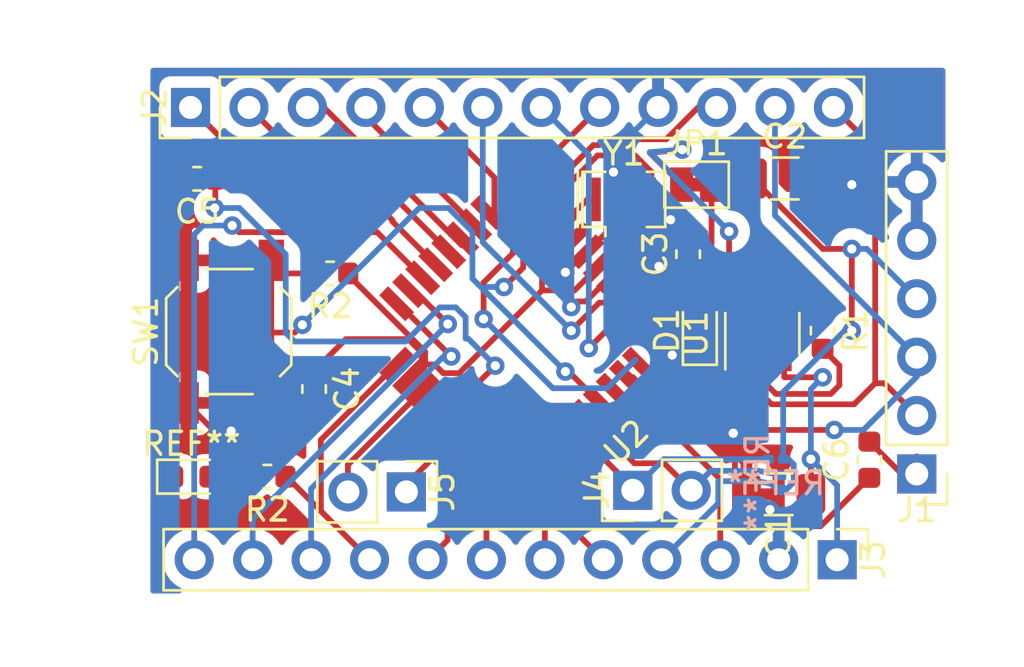
<source format=kicad_pcb>
(kicad_pcb (version 20171130) (host pcbnew 5.1.6-c6e7f7d~86~ubuntu18.04.1)

  (general
    (thickness 1.6)
    (drawings 4)
    (tracks 340)
    (zones 0)
    (modules 23)
    (nets 35)
  )

  (page A4)
  (title_block
    (title "Arduino UNO practice")
    (date 2020-06-24)
    (company Deval)
  )

  (layers
    (0 F.Cu signal)
    (31 B.Cu signal)
    (32 B.Adhes user)
    (33 F.Adhes user)
    (34 B.Paste user)
    (35 F.Paste user)
    (36 B.SilkS user)
    (37 F.SilkS user)
    (38 B.Mask user)
    (39 F.Mask user)
    (40 Dwgs.User user)
    (41 Cmts.User user)
    (42 Eco1.User user)
    (43 Eco2.User user)
    (44 Edge.Cuts user)
    (45 Margin user)
    (46 B.CrtYd user)
    (47 F.CrtYd user)
    (48 B.Fab user)
    (49 F.Fab user)
  )

  (setup
    (last_trace_width 0.25)
    (trace_clearance 0.2)
    (zone_clearance 0.508)
    (zone_45_only no)
    (trace_min 0.2)
    (via_size 0.8)
    (via_drill 0.4)
    (via_min_size 0.4)
    (via_min_drill 0.3)
    (uvia_size 0.3)
    (uvia_drill 0.1)
    (uvias_allowed no)
    (uvia_min_size 0.2)
    (uvia_min_drill 0.1)
    (edge_width 0.05)
    (segment_width 0.2)
    (pcb_text_width 0.3)
    (pcb_text_size 1.5 1.5)
    (mod_edge_width 0.12)
    (mod_text_size 1 1)
    (mod_text_width 0.15)
    (pad_size 1.6 0.55)
    (pad_drill 0)
    (pad_to_mask_clearance 0.05)
    (aux_axis_origin 0 0)
    (visible_elements FFFFFF7F)
    (pcbplotparams
      (layerselection 0x010fc_ffffffff)
      (usegerberextensions false)
      (usegerberattributes true)
      (usegerberadvancedattributes true)
      (creategerberjobfile true)
      (excludeedgelayer true)
      (linewidth 0.100000)
      (plotframeref false)
      (viasonmask false)
      (mode 1)
      (useauxorigin false)
      (hpglpennumber 1)
      (hpglpenspeed 20)
      (hpglpendiameter 15.000000)
      (psnegative false)
      (psa4output false)
      (plotreference true)
      (plotvalue true)
      (plotinvisibletext false)
      (padsonsilk false)
      (subtractmaskfromsilk false)
      (outputformat 1)
      (mirror false)
      (drillshape 1)
      (scaleselection 1)
      (outputdirectory ""))
  )

  (net 0 "")
  (net 1 RAW)
  (net 2 GND)
  (net 3 VCC)
  (net 4 AREF)
  (net 5 RESET)
  (net 6 DTR)
  (net 7 "Net-(D1-Pad1)")
  (net 8 "Net-(D1-Pad2)")
  (net 9 TXO)
  (net 10 RXI)
  (net 11 D2)
  (net 12 D3)
  (net 13 D4)
  (net 14 D5)
  (net 15 D6)
  (net 16 D7)
  (net 17 D8)
  (net 18 D9)
  (net 19 A3)
  (net 20 A2)
  (net 21 A1)
  (net 22 A0)
  (net 23 SCK)
  (net 24 MISO)
  (net 25 MOSI)
  (net 26 D10)
  (net 27 A4)
  (net 28 A5)
  (net 29 A6)
  (net 30 A7)
  (net 31 "Net-(U1-Pad4)")
  (net 32 "Net-(U2-Pad21)")
  (net 33 "Net-(U2-Pad7)")
  (net 34 "Net-(U2-Pad8)")

  (net_class Default "This is the default net class."
    (clearance 0.2)
    (trace_width 0.25)
    (via_dia 0.8)
    (via_drill 0.4)
    (uvia_dia 0.3)
    (uvia_drill 0.1)
    (add_net A0)
    (add_net A1)
    (add_net A2)
    (add_net A3)
    (add_net A4)
    (add_net A5)
    (add_net A6)
    (add_net A7)
    (add_net AREF)
    (add_net D10)
    (add_net D2)
    (add_net D3)
    (add_net D4)
    (add_net D5)
    (add_net D6)
    (add_net D7)
    (add_net D8)
    (add_net D9)
    (add_net DTR)
    (add_net GND)
    (add_net MISO)
    (add_net MOSI)
    (add_net "Net-(D1-Pad1)")
    (add_net "Net-(D1-Pad2)")
    (add_net "Net-(U1-Pad4)")
    (add_net "Net-(U2-Pad21)")
    (add_net "Net-(U2-Pad7)")
    (add_net "Net-(U2-Pad8)")
    (add_net RAW)
    (add_net RESET)
    (add_net RXI)
    (add_net SCK)
    (add_net TXO)
    (add_net VCC)
  )

  (module footprint:atmeg328p-AU (layer F.Cu) (tedit 5EF33EAE) (tstamp 5EF32E8C)
    (at 132.05 137.81 225)
    (descr "32-Lead Plastic Thin Quad Flatpack (PT) - 7x7x1.0 mm Body, 2.00 mm [TQFP] (see Microchip Packaging Specification 00000049BS.pdf)")
    (tags "QFP 0.8")
    (path /5EF62EAF)
    (attr smd)
    (fp_text reference U2 (at 0 -6.6548 225) (layer F.SilkS)
      (effects (font (size 1 1) (thickness 0.15)))
    )
    (fp_text value ATmega328P-AU (at 1.27 7.62 225) (layer F.Fab)
      (effects (font (size 1 1) (thickness 0.15)))
    )
    (fp_text user %R (at 0 0 225) (layer F.Fab)
      (effects (font (size 1 1) (thickness 0.15)))
    )
    (fp_line (start -2.5 -3.9116) (end 3.5 -3.9116) (layer F.Fab) (width 0.15))
    (fp_line (start 3.9116 -3.5) (end 3.9116 3.5) (layer F.Fab) (width 0.15))
    (fp_line (start 3.4948 3.9116) (end -3.5052 3.9116) (layer F.Fab) (width 0.15))
    (fp_line (start -3.9116 3.5) (end -3.9116 -2.5) (layer F.Fab) (width 0.15))
    (fp_line (start -3.9116 -2.4892) (end -2.5 -3.9116) (layer F.Fab) (width 0.12))
    (fp_line (start -2.5 -3.9116) (end -2.54 -3.9116) (layer F.Fab) (width 0.12))
    (fp_line (start 3.5052 -3.9116) (end 3.9116 -3.9116) (layer F.Fab) (width 0.12))
    (fp_line (start 3.9116 -3.9116) (end 3.9116 -3.556) (layer F.Fab) (width 0.12))
    (fp_line (start 3.9116 3.4544) (end 3.9116 3.9116) (layer F.Fab) (width 0.12))
    (fp_line (start 3.9116 3.9116) (end 3.4544 3.9116) (layer F.Fab) (width 0.12))
    (fp_line (start -3.9116 3.5) (end -3.9116 3.9116) (layer F.Fab) (width 0.12))
    (fp_line (start -3.9116 3.9116) (end -3.5052 3.9116) (layer F.Fab) (width 0.12))
    (fp_line (start -5.6388 -5.588) (end 5.5372 -5.588) (layer B.CrtYd) (width 0.12))
    (fp_line (start 5.5372 -5.588) (end 5.5372 5.7404) (layer B.CrtYd) (width 0.12))
    (fp_line (start 5.5372 5.7404) (end -5.588 5.7404) (layer B.CrtYd) (width 0.12))
    (fp_line (start -5.588 5.7404) (end -5.588 -5.5372) (layer B.CrtYd) (width 0.12))
    (pad 1 smd rect (at -4.6564 -2.8 225) (size 1.6 0.55) (layers F.Cu F.Paste F.Mask)
      (net 12 D3))
    (pad 2 smd rect (at -4.6564 -2 225) (size 1.6 0.55) (layers F.Cu F.Paste F.Mask)
      (net 13 D4))
    (pad 3 smd rect (at -4.6564 -1.2 225) (size 1.6 0.55) (layers F.Cu F.Paste F.Mask)
      (net 2 GND))
    (pad 4 smd rect (at -4.6564 -0.4 225) (size 1.6 0.55) (layers F.Cu F.Paste F.Mask)
      (net 3 VCC))
    (pad 5 smd rect (at -4.6564 0.4 225) (size 1.6 0.55) (layers F.Cu F.Paste F.Mask)
      (net 2 GND))
    (pad 6 smd rect (at -4.6564 1.2 225) (size 1.6 0.55) (layers F.Cu F.Paste F.Mask)
      (net 3 VCC))
    (pad 7 smd rect (at -4.6564 2 225) (size 1.6 0.55) (layers F.Cu F.Paste F.Mask)
      (net 33 "Net-(U2-Pad7)"))
    (pad 8 smd rect (at -4.6564 2.8 225) (size 1.6 0.55) (layers F.Cu F.Paste F.Mask)
      (net 34 "Net-(U2-Pad8)"))
    (pad 9 smd rect (at -2.8 4.6564 315) (size 1.6 0.55) (layers F.Cu F.Paste F.Mask)
      (net 14 D5))
    (pad 10 smd rect (at -2 4.6564 315) (size 1.6 0.55) (layers F.Cu F.Paste F.Mask)
      (net 15 D6))
    (pad 11 smd rect (at -1.2 4.6564 315) (size 1.6 0.55) (layers F.Cu F.Paste F.Mask)
      (net 16 D7))
    (pad 12 smd rect (at -0.4 4.6564 315) (size 1.6 0.55) (layers F.Cu F.Paste F.Mask)
      (net 17 D8))
    (pad 13 smd rect (at 0.4 4.6564 315) (size 1.6 0.55) (layers F.Cu F.Paste F.Mask)
      (net 18 D9))
    (pad 14 smd rect (at 1.2 4.6564 315) (size 1.6 0.55) (layers F.Cu F.Paste F.Mask)
      (net 26 D10))
    (pad 15 smd rect (at 2 4.6564 315) (size 1.6 0.55) (layers F.Cu F.Paste F.Mask)
      (net 25 MOSI))
    (pad 16 smd rect (at 2.8 4.6564 315) (size 1.6 0.55) (layers F.Cu F.Paste F.Mask)
      (net 24 MISO))
    (pad 17 smd rect (at 4.6564 2.8 225) (size 1.6 0.55) (layers F.Cu F.Paste F.Mask)
      (net 23 SCK))
    (pad 18 smd rect (at 4.6564 2 225) (size 1.6 0.55) (layers F.Cu F.Paste F.Mask)
      (net 3 VCC))
    (pad 19 smd rect (at 4.6564 1.2 225) (size 1.6 0.55) (layers F.Cu F.Paste F.Mask)
      (net 29 A6))
    (pad 20 smd rect (at 4.6564 0.4 225) (size 1.6 0.55) (layers F.Cu F.Paste F.Mask)
      (net 4 AREF))
    (pad 21 smd rect (at 4.6564 -0.4 225) (size 1.6 0.55) (layers F.Cu F.Paste F.Mask)
      (net 32 "Net-(U2-Pad21)"))
    (pad 22 smd rect (at 4.6564 -1.2 225) (size 1.6 0.55) (layers F.Cu F.Paste F.Mask)
      (net 30 A7))
    (pad 23 smd rect (at 4.6564 -2 225) (size 1.6 0.55) (layers F.Cu F.Paste F.Mask)
      (net 22 A0))
    (pad 24 smd rect (at 4.6564 -2.8 225) (size 1.6 0.55) (layers F.Cu F.Paste F.Mask)
      (net 21 A1))
    (pad 25 smd rect (at 2.8 -4.6564 315) (size 1.6 0.55) (layers F.Cu F.Paste F.Mask)
      (net 20 A2))
    (pad 26 smd rect (at 2 -4.6564 315) (size 1.6 0.55) (layers F.Cu F.Paste F.Mask)
      (net 19 A3))
    (pad 27 smd rect (at 1.2 -4.6564 315) (size 1.6 0.55) (layers F.Cu F.Paste F.Mask)
      (net 27 A4))
    (pad 28 smd rect (at 0.4 -4.6564 315) (size 1.6 0.55) (layers F.Cu F.Paste F.Mask)
      (net 28 A5))
    (pad 29 smd rect (at -0.4 -4.6564 315) (size 1.6 0.55) (layers F.Cu F.Paste F.Mask)
      (net 5 RESET))
    (pad 30 smd rect (at -1.2 -4.6564 315) (size 1.6 0.55) (layers F.Cu F.Paste F.Mask)
      (net 10 RXI))
    (pad 31 smd rect (at -2.000001 -4.6564 315) (size 1.6 0.55) (layers F.Cu F.Paste F.Mask)
      (net 9 TXO))
    (pad 32 smd rect (at -2.8 -4.6564 315) (size 1.6 0.55) (layers F.Cu F.Paste F.Mask)
      (net 11 D2))
    (model ${KISYS3DMOD}/Package_QFP.3dshapes/TQFP-32_7x7mm_P0.8mm.wrl
      (at (xyz 0 0 0))
      (scale (xyz 1 1 1))
      (rotate (xyz 0 0 0))
    )
  )

  (module Jumper:SolderJumper-2_P1.3mm_Bridged_Pad1.0x1.5mm (layer F.Cu) (tedit 5C756AB2) (tstamp 5EF32DE2)
    (at 139.812 131.318)
    (descr "SMD Solder Jumper, 1x1.5mm Pads, 0.3mm gap, bridged with 1 copper strip")
    (tags "solder jumper open")
    (path /5F02DF0D)
    (attr virtual)
    (fp_text reference JP1 (at 0 -1.8) (layer F.SilkS)
      (effects (font (size 1 1) (thickness 0.15)))
    )
    (fp_text value SolderJumper_2_Bridged (at 0 1.9) (layer F.Fab)
      (effects (font (size 1 1) (thickness 0.15)))
    )
    (fp_line (start -1.4 1) (end -1.4 -1) (layer F.SilkS) (width 0.12))
    (fp_line (start 1.4 1) (end -1.4 1) (layer F.SilkS) (width 0.12))
    (fp_line (start 1.4 -1) (end 1.4 1) (layer F.SilkS) (width 0.12))
    (fp_line (start -1.4 -1) (end 1.4 -1) (layer F.SilkS) (width 0.12))
    (fp_line (start -1.65 -1.25) (end 1.65 -1.25) (layer F.CrtYd) (width 0.05))
    (fp_line (start -1.65 -1.25) (end -1.65 1.25) (layer F.CrtYd) (width 0.05))
    (fp_line (start 1.65 1.25) (end 1.65 -1.25) (layer F.CrtYd) (width 0.05))
    (fp_line (start 1.65 1.25) (end -1.65 1.25) (layer F.CrtYd) (width 0.05))
    (fp_poly (pts (xy -0.25 -0.3) (xy 0.25 -0.3) (xy 0.25 0.3) (xy -0.25 0.3)) (layer F.Cu) (width 0))
    (pad 2 smd rect (at 0.65 0) (size 1 1.5) (layers F.Cu F.Mask)
      (net 3 VCC))
    (pad 1 smd rect (at -0.65 0) (size 1 1.5) (layers F.Cu F.Mask)
      (net 8 "Net-(D1-Pad2)"))
  )

  (module Capacitor_SMD:C_0603_1608Metric (layer F.Cu) (tedit 5B301BBE) (tstamp 5EF32D2F)
    (at 147.32 143.2815 90)
    (descr "Capacitor SMD 0603 (1608 Metric), square (rectangular) end terminal, IPC_7351 nominal, (Body size source: http://www.tortai-tech.com/upload/download/2011102023233369053.pdf), generated with kicad-footprint-generator")
    (tags capacitor)
    (path /5EFD4539)
    (attr smd)
    (fp_text reference C6 (at 0 -1.43 90) (layer F.SilkS)
      (effects (font (size 1 1) (thickness 0.15)))
    )
    (fp_text value 0.1u (at 0 1.43 90) (layer F.Fab)
      (effects (font (size 1 1) (thickness 0.15)))
    )
    (fp_line (start 1.48 0.73) (end -1.48 0.73) (layer F.CrtYd) (width 0.05))
    (fp_line (start 1.48 -0.73) (end 1.48 0.73) (layer F.CrtYd) (width 0.05))
    (fp_line (start -1.48 -0.73) (end 1.48 -0.73) (layer F.CrtYd) (width 0.05))
    (fp_line (start -1.48 0.73) (end -1.48 -0.73) (layer F.CrtYd) (width 0.05))
    (fp_line (start -0.162779 0.51) (end 0.162779 0.51) (layer F.SilkS) (width 0.12))
    (fp_line (start -0.162779 -0.51) (end 0.162779 -0.51) (layer F.SilkS) (width 0.12))
    (fp_line (start 0.8 0.4) (end -0.8 0.4) (layer F.Fab) (width 0.1))
    (fp_line (start 0.8 -0.4) (end 0.8 0.4) (layer F.Fab) (width 0.1))
    (fp_line (start -0.8 -0.4) (end 0.8 -0.4) (layer F.Fab) (width 0.1))
    (fp_line (start -0.8 0.4) (end -0.8 -0.4) (layer F.Fab) (width 0.1))
    (fp_text user %R (at 0 0 90) (layer F.Fab)
      (effects (font (size 0.4 0.4) (thickness 0.06)))
    )
    (pad 1 smd roundrect (at -0.7875 0 90) (size 0.875 0.95) (layers F.Cu F.Paste F.Mask) (roundrect_rratio 0.25)
      (net 5 RESET))
    (pad 2 smd roundrect (at 0.7875 0 90) (size 0.875 0.95) (layers F.Cu F.Paste F.Mask) (roundrect_rratio 0.25)
      (net 6 DTR))
    (model ${KISYS3DMOD}/Capacitor_SMD.3dshapes/C_0603_1608Metric.wrl
      (at (xyz 0 0 0))
      (scale (xyz 1 1 1))
      (rotate (xyz 0 0 0))
    )
  )

  (module Resistor_SMD:R_0603_1608Metric (layer F.Cu) (tedit 5EF33967) (tstamp 5EF44905)
    (at 121.158 144.018 180)
    (descr "Resistor SMD 0603 (1608 Metric), square (rectangular) end terminal, IPC_7351 nominal, (Body size source: http://www.tortai-tech.com/upload/download/2011102023233369053.pdf), generated with kicad-footprint-generator")
    (tags resistor)
    (path /5EFCED68)
    (attr smd)
    (fp_text reference R2 (at 0 -1.43) (layer F.SilkS)
      (effects (font (size 1 1) (thickness 0.15)))
    )
    (fp_text value 10k (at 0 1.43) (layer F.Fab)
      (effects (font (size 1 1) (thickness 0.15)))
    )
    (fp_line (start -0.8 0.4) (end -0.8 -0.4) (layer F.Fab) (width 0.1))
    (fp_line (start -0.8 -0.4) (end 0.8 -0.4) (layer F.Fab) (width 0.1))
    (fp_line (start 0.8 -0.4) (end 0.8 0.4) (layer F.Fab) (width 0.1))
    (fp_line (start 0.8 0.4) (end -0.8 0.4) (layer F.Fab) (width 0.1))
    (fp_line (start -0.162779 -0.51) (end 0.162779 -0.51) (layer F.SilkS) (width 0.12))
    (fp_line (start -0.162779 0.51) (end 0.162779 0.51) (layer F.SilkS) (width 0.12))
    (fp_line (start -1.48 0.73) (end -1.48 -0.73) (layer F.CrtYd) (width 0.05))
    (fp_line (start -1.48 -0.73) (end 1.48 -0.73) (layer F.CrtYd) (width 0.05))
    (fp_line (start 1.48 -0.73) (end 1.48 0.73) (layer F.CrtYd) (width 0.05))
    (fp_line (start 1.48 0.73) (end -1.48 0.73) (layer F.CrtYd) (width 0.05))
    (fp_text user %R (at 0.01 -0.01) (layer F.Fab)
      (effects (font (size 0.4 0.4) (thickness 0.06)))
    )
    (pad 1 smd roundrect (at -0.7875 0 180) (size 0.875 0.95) (layers F.Cu F.Paste F.Mask) (roundrect_rratio 0.25)
      (net 23 SCK))
    (pad 2 smd roundrect (at 0.7875 0 180) (size 0.875 0.95) (layers F.Cu F.Paste F.Mask) (roundrect_rratio 0.25))
    (model ${KISYS3DMOD}/Resistor_SMD.3dshapes/R_0603_1608Metric.wrl
      (at (xyz 0 0 0))
      (scale (xyz 1 1 1))
      (rotate (xyz 0 0 0))
    )
  )

  (module LED_SMD:LED_0603_1608Metric (layer F.Cu) (tedit 5EF3394A) (tstamp 5EF44903)
    (at 117.856 144.018)
    (descr "LED SMD 0603 (1608 Metric), square (rectangular) end terminal, IPC_7351 nominal, (Body size source: http://www.tortai-tech.com/upload/download/2011102023233369053.pdf), generated with kicad-footprint-generator")
    (tags diode)
    (attr smd)
    (fp_text reference REF** (at 0 -1.43) (layer F.SilkS)
      (effects (font (size 1 1) (thickness 0.15)))
    )
    (fp_text value LED_0603_1608Metric (at 0 1.43) (layer F.Fab)
      (effects (font (size 1 1) (thickness 0.15)))
    )
    (fp_text user %R (at 0 0) (layer F.Fab)
      (effects (font (size 0.4 0.4) (thickness 0.06)))
    )
    (fp_line (start 0.8 -0.4) (end -0.5 -0.4) (layer F.Fab) (width 0.1))
    (fp_line (start -0.5 -0.4) (end -0.8 -0.1) (layer F.Fab) (width 0.1))
    (fp_line (start -0.8 -0.1) (end -0.8 0.4) (layer F.Fab) (width 0.1))
    (fp_line (start -0.8 0.4) (end 0.8 0.4) (layer F.Fab) (width 0.1))
    (fp_line (start 0.8 0.4) (end 0.8 -0.4) (layer F.Fab) (width 0.1))
    (fp_line (start 0.8 -0.735) (end -1.485 -0.735) (layer F.SilkS) (width 0.12))
    (fp_line (start -1.485 -0.735) (end -1.485 0.735) (layer F.SilkS) (width 0.12))
    (fp_line (start -1.485 0.735) (end 0.8 0.735) (layer F.SilkS) (width 0.12))
    (fp_line (start -1.48 0.73) (end -1.48 -0.73) (layer F.CrtYd) (width 0.05))
    (fp_line (start -1.48 -0.73) (end 1.48 -0.73) (layer F.CrtYd) (width 0.05))
    (fp_line (start 1.48 -0.73) (end 1.48 0.73) (layer F.CrtYd) (width 0.05))
    (fp_line (start 1.48 0.73) (end -1.48 0.73) (layer F.CrtYd) (width 0.05))
    (pad 2 smd roundrect (at 0.7875 0) (size 0.875 0.95) (layers F.Cu F.Paste F.Mask) (roundrect_rratio 0.25))
    (pad 1 smd roundrect (at -0.7875 0) (size 0.875 0.95) (layers F.Cu F.Paste F.Mask) (roundrect_rratio 0.25)
      (net 2 GND))
    (model ${KISYS3DMOD}/LED_SMD.3dshapes/LED_0603_1608Metric.wrl
      (at (xyz 0 0 0))
      (scale (xyz 1 1 1))
      (rotate (xyz 0 0 0))
    )
  )

  (module Resistor_SMD:R_0603_1608Metric (layer F.Cu) (tedit 5B301BBD) (tstamp 5EF32E04)
    (at 123.8875 135.18 180)
    (descr "Resistor SMD 0603 (1608 Metric), square (rectangular) end terminal, IPC_7351 nominal, (Body size source: http://www.tortai-tech.com/upload/download/2011102023233369053.pdf), generated with kicad-footprint-generator")
    (tags resistor)
    (path /5EFCED68)
    (attr smd)
    (fp_text reference R2 (at 0 -1.43) (layer F.SilkS)
      (effects (font (size 1 1) (thickness 0.15)))
    )
    (fp_text value 10k (at 0 1.43) (layer F.Fab)
      (effects (font (size 1 1) (thickness 0.15)))
    )
    (fp_text user %R (at 0.01 -0.01) (layer F.Fab)
      (effects (font (size 0.4 0.4) (thickness 0.06)))
    )
    (fp_line (start -0.8 0.4) (end -0.8 -0.4) (layer F.Fab) (width 0.1))
    (fp_line (start -0.8 -0.4) (end 0.8 -0.4) (layer F.Fab) (width 0.1))
    (fp_line (start 0.8 -0.4) (end 0.8 0.4) (layer F.Fab) (width 0.1))
    (fp_line (start 0.8 0.4) (end -0.8 0.4) (layer F.Fab) (width 0.1))
    (fp_line (start -0.162779 -0.51) (end 0.162779 -0.51) (layer F.SilkS) (width 0.12))
    (fp_line (start -0.162779 0.51) (end 0.162779 0.51) (layer F.SilkS) (width 0.12))
    (fp_line (start -1.48 0.73) (end -1.48 -0.73) (layer F.CrtYd) (width 0.05))
    (fp_line (start -1.48 -0.73) (end 1.48 -0.73) (layer F.CrtYd) (width 0.05))
    (fp_line (start 1.48 -0.73) (end 1.48 0.73) (layer F.CrtYd) (width 0.05))
    (fp_line (start 1.48 0.73) (end -1.48 0.73) (layer F.CrtYd) (width 0.05))
    (pad 2 smd roundrect (at 0.7875 0 180) (size 0.875 0.95) (layers F.Cu F.Paste F.Mask) (roundrect_rratio 0.25)
      (net 5 RESET))
    (pad 1 smd roundrect (at -0.7875 0 180) (size 0.875 0.95) (layers F.Cu F.Paste F.Mask) (roundrect_rratio 0.25)
      (net 3 VCC))
    (model ${KISYS3DMOD}/Resistor_SMD.3dshapes/R_0603_1608Metric.wrl
      (at (xyz 0 0 0))
      (scale (xyz 1 1 1))
      (rotate (xyz 0 0 0))
    )
  )

  (module Resistor_SMD:R_0201_0603Metric (layer B.Cu) (tedit 5EF3367A) (tstamp 5EF443CA)
    (at 143.51 144.272 270)
    (descr "Resistor SMD 0201 (0603 Metric), square (rectangular) end terminal, IPC_7351 nominal, (Body size source: https://www.vishay.com/docs/20052/crcw0201e3.pdf), generated with kicad-footprint-generator")
    (tags resistor)
    (attr smd)
    (fp_text reference REF** (at 0 1.05 90) (layer B.SilkS)
      (effects (font (size 1 1) (thickness 0.15)) (justify mirror))
    )
    (fp_text value R_0201_0603Metric (at 0 -1.05 90) (layer B.Fab)
      (effects (font (size 1 1) (thickness 0.15)) (justify mirror))
    )
    (fp_line (start -0.3 -0.15) (end -0.3 0.15) (layer B.Fab) (width 0.1))
    (fp_line (start -0.3 0.15) (end 0.3 0.15) (layer B.Fab) (width 0.1))
    (fp_line (start 0.3 0.15) (end 0.3 -0.15) (layer B.Fab) (width 0.1))
    (fp_line (start 0.3 -0.15) (end -0.3 -0.15) (layer B.Fab) (width 0.1))
    (fp_line (start -0.7 -0.35) (end -0.7 0.35) (layer B.CrtYd) (width 0.05))
    (fp_line (start -0.7 0.35) (end 0.7 0.35) (layer B.CrtYd) (width 0.05))
    (fp_line (start 0.7 0.35) (end 0.7 -0.35) (layer B.CrtYd) (width 0.05))
    (fp_line (start 0.7 -0.35) (end -0.7 -0.35) (layer B.CrtYd) (width 0.05))
    (fp_text user %R (at 0 0.68 90) (layer B.Fab)
      (effects (font (size 0.25 0.25) (thickness 0.04)) (justify mirror))
    )
    (pad "" smd roundrect (at -0.345 0 270) (size 0.318 0.36) (layers B.Paste) (roundrect_rratio 0.25))
    (pad "" smd roundrect (at 0.345 0 270) (size 0.318 0.36) (layers B.Paste) (roundrect_rratio 0.25))
    (pad 1 smd roundrect (at -0.32 0 270) (size 0.46 0.4) (layers B.Cu B.Mask) (roundrect_rratio 0.25)
      (net 28 A5))
    (pad 2 smd roundrect (at 0.32 0 270) (size 0.46 0.4) (layers B.Cu B.Mask) (roundrect_rratio 0.25)
      (net 3 VCC))
    (model ${KISYS3DMOD}/Resistor_SMD.3dshapes/R_0201_0603Metric.wrl
      (at (xyz 0 0 0))
      (scale (xyz 1 1 1))
      (rotate (xyz 0 0 0))
    )
  )

  (module Resistor_SMD:R_0201_0603Metric (layer B.Cu) (tedit 5EF3363C) (tstamp 5EF44180)
    (at 143.256 143.256)
    (descr "Resistor SMD 0201 (0603 Metric), square (rectangular) end terminal, IPC_7351 nominal, (Body size source: https://www.vishay.com/docs/20052/crcw0201e3.pdf), generated with kicad-footprint-generator")
    (tags resistor)
    (attr smd)
    (fp_text reference REF** (at 0 1.05) (layer B.SilkS)
      (effects (font (size 1 1) (thickness 0.15)) (justify mirror))
    )
    (fp_text value R_0201_0603Metric (at 0 -1.05) (layer B.Fab)
      (effects (font (size 1 1) (thickness 0.15)) (justify mirror))
    )
    (fp_text user %R (at 0 0.68) (layer B.Fab)
      (effects (font (size 0.25 0.25) (thickness 0.04)) (justify mirror))
    )
    (fp_line (start -0.3 -0.15) (end -0.3 0.15) (layer B.Fab) (width 0.1))
    (fp_line (start -0.3 0.15) (end 0.3 0.15) (layer B.Fab) (width 0.1))
    (fp_line (start 0.3 0.15) (end 0.3 -0.15) (layer B.Fab) (width 0.1))
    (fp_line (start 0.3 -0.15) (end -0.3 -0.15) (layer B.Fab) (width 0.1))
    (fp_line (start -0.7 -0.35) (end -0.7 0.35) (layer B.CrtYd) (width 0.05))
    (fp_line (start -0.7 0.35) (end 0.7 0.35) (layer B.CrtYd) (width 0.05))
    (fp_line (start 0.7 0.35) (end 0.7 -0.35) (layer B.CrtYd) (width 0.05))
    (fp_line (start 0.7 -0.35) (end -0.7 -0.35) (layer B.CrtYd) (width 0.05))
    (pad 2 smd roundrect (at 0.32 0) (size 0.46 0.4) (layers B.Cu B.Mask) (roundrect_rratio 0.25)
      (net 3 VCC))
    (pad 1 smd roundrect (at -0.32 0) (size 0.46 0.4) (layers B.Cu B.Mask) (roundrect_rratio 0.25)
      (net 27 A4))
    (pad "" smd roundrect (at 0.345 0) (size 0.318 0.36) (layers B.Paste) (roundrect_rratio 0.25))
    (pad "" smd roundrect (at -0.345 0) (size 0.318 0.36) (layers B.Paste) (roundrect_rratio 0.25))
    (model ${KISYS3DMOD}/Resistor_SMD.3dshapes/R_0201_0603Metric.wrl
      (at (xyz 0 0 0))
      (scale (xyz 1 1 1))
      (rotate (xyz 0 0 0))
    )
  )

  (module Connector_PinHeader_2.54mm:PinHeader_1x12_P2.54mm_Vertical (layer F.Cu) (tedit 5EF32D0F) (tstamp 5EF32DA2)
    (at 145.92 147.63 270)
    (descr "Through hole straight pin header, 1x12, 2.54mm pitch, single row")
    (tags "Through hole pin header THT 1x12 2.54mm single row")
    (path /5EF312EC)
    (fp_text reference J3 (at 0 -1.56 90) (layer F.SilkS)
      (effects (font (size 1 1) (thickness 0.15)))
    )
    (fp_text value Conn_01x12 (at 0 12.56 90) (layer F.Fab)
      (effects (font (size 1 1) (thickness 0.15)))
    )
    (fp_text user %R (at -0.06 5.63) (layer F.Fab)
      (effects (font (size 0.76 0.76) (thickness 0.114)))
    )
    (fp_line (start -0.635 -1.27) (end 1.27 -1.27) (layer F.Fab) (width 0.1))
    (fp_line (start 1.27 -1.27) (end 1.27 29.21) (layer F.Fab) (width 0.1))
    (fp_line (start 1.27 29.21) (end -1.27 29.21) (layer F.Fab) (width 0.1))
    (fp_line (start -1.27 29.21) (end -1.27 -0.635) (layer F.Fab) (width 0.1))
    (fp_line (start -1.27 -0.635) (end -0.635 -1.27) (layer F.Fab) (width 0.1))
    (fp_line (start -1.33 29.27) (end 1.33 29.27) (layer F.SilkS) (width 0.12))
    (fp_line (start -1.33 1.27) (end -1.33 29.27) (layer F.SilkS) (width 0.12))
    (fp_line (start 1.33 1.27) (end 1.33 29.27) (layer F.SilkS) (width 0.12))
    (fp_line (start -1.33 1.27) (end 1.33 1.27) (layer F.SilkS) (width 0.12))
    (fp_line (start -1.33 0) (end -1.33 -1.33) (layer F.SilkS) (width 0.12))
    (fp_line (start -1.33 -1.33) (end 0 -1.33) (layer F.SilkS) (width 0.12))
    (fp_line (start -1.8 -1.8) (end -1.8 29.75) (layer F.CrtYd) (width 0.05))
    (fp_line (start -1.8 29.75) (end 1.8 29.75) (layer F.CrtYd) (width 0.05))
    (fp_line (start 1.8 29.75) (end 1.8 -1.8) (layer F.CrtYd) (width 0.05))
    (fp_line (start 1.8 -1.8) (end -1.8 -1.8) (layer F.CrtYd) (width 0.05))
    (pad 12 thru_hole oval (at 0 27.94 270) (size 1.7 1.7) (drill 1) (layers *.Cu *.Mask)
      (net 26 D10))
    (pad 11 thru_hole oval (at 0 25.4 270) (size 1.7 1.7) (drill 1) (layers *.Cu *.Mask)
      (net 25 MOSI))
    (pad 10 thru_hole oval (at 0 22.86 270) (size 1.7 1.7) (drill 1) (layers *.Cu *.Mask)
      (net 24 MISO))
    (pad 9 thru_hole oval (at 0 20.32 270) (size 1.7 1.7) (drill 1) (layers *.Cu *.Mask)
      (net 23 SCK))
    (pad 8 thru_hole oval (at 0 17.78 270) (size 1.7 1.7) (drill 1) (layers *.Cu *.Mask)
      (net 22 A0))
    (pad 7 thru_hole oval (at 0 15.24 270) (size 1.7 1.7) (drill 1) (layers *.Cu *.Mask)
      (net 21 A1))
    (pad 6 thru_hole oval (at 0 12.7 270) (size 1.7 1.7) (drill 1) (layers *.Cu *.Mask)
      (net 20 A2))
    (pad 5 thru_hole oval (at 0 10.16 270) (size 1.7 1.7) (drill 1) (layers *.Cu *.Mask)
      (net 19 A3))
    (pad 4 thru_hole oval (at 0 7.62 270) (size 1.7 1.7) (drill 1) (layers *.Cu *.Mask)
      (net 3 VCC))
    (pad 3 thru_hole oval (at 0 5.08 270) (size 1.7 1.7) (drill 1) (layers *.Cu *.Mask)
      (net 5 RESET))
    (pad 2 thru_hole oval (at 0 2.54 270) (size 1.7 1.7) (drill 1) (layers *.Cu *.Mask)
      (net 2 GND))
    (pad 1 thru_hole rect (at 0 0 270) (size 1.7 1.7) (drill 1) (layers *.Cu *.Mask)
      (net 1 RAW))
    (model ${KISYS3DMOD}/Connector_PinHeader_2.54mm.3dshapes/PinHeader_1x12_P2.54mm_Vertical.wrl
      (at (xyz 0 0 0))
      (scale (xyz 1 1 1))
      (rotate (xyz 0 0 0))
    )
  )

  (module Connector_PinHeader_2.54mm:PinHeader_1x02_P2.54mm_Vertical (layer F.Cu) (tedit 59FED5CC) (tstamp 5EF32DD2)
    (at 127.2 144.68 270)
    (descr "Through hole straight pin header, 1x02, 2.54mm pitch, single row")
    (tags "Through hole pin header THT 1x02 2.54mm single row")
    (path /5EF3A017)
    (fp_text reference J5 (at 0 -1.56 90) (layer F.SilkS)
      (effects (font (size 1 1) (thickness 0.15)))
    )
    (fp_text value Conn_01x02 (at 0 2.56 90) (layer F.Fab)
      (effects (font (size 1 1) (thickness 0.15)))
    )
    (fp_text user %R (at 0 0.5) (layer F.Fab)
      (effects (font (size 0.76 0.76) (thickness 0.114)))
    )
    (fp_line (start -0.635 -1.27) (end 1.27 -1.27) (layer F.Fab) (width 0.1))
    (fp_line (start 1.27 -1.27) (end 1.27 3.81) (layer F.Fab) (width 0.1))
    (fp_line (start 1.27 3.81) (end -1.27 3.81) (layer F.Fab) (width 0.1))
    (fp_line (start -1.27 3.81) (end -1.27 -0.635) (layer F.Fab) (width 0.1))
    (fp_line (start -1.27 -0.635) (end -0.635 -1.27) (layer F.Fab) (width 0.1))
    (fp_line (start -1.33 3.87) (end 1.33 3.87) (layer F.SilkS) (width 0.12))
    (fp_line (start -1.33 1.27) (end -1.33 3.87) (layer F.SilkS) (width 0.12))
    (fp_line (start 1.33 1.27) (end 1.33 3.87) (layer F.SilkS) (width 0.12))
    (fp_line (start -1.33 1.27) (end 1.33 1.27) (layer F.SilkS) (width 0.12))
    (fp_line (start -1.33 0) (end -1.33 -1.33) (layer F.SilkS) (width 0.12))
    (fp_line (start -1.33 -1.33) (end 0 -1.33) (layer F.SilkS) (width 0.12))
    (fp_line (start -1.8 -1.8) (end -1.8 4.35) (layer F.CrtYd) (width 0.05))
    (fp_line (start -1.8 4.35) (end 1.8 4.35) (layer F.CrtYd) (width 0.05))
    (fp_line (start 1.8 4.35) (end 1.8 -1.8) (layer F.CrtYd) (width 0.05))
    (fp_line (start 1.8 -1.8) (end -1.8 -1.8) (layer F.CrtYd) (width 0.05))
    (pad 2 thru_hole oval (at 0 2.54 270) (size 1.7 1.7) (drill 1) (layers *.Cu *.Mask)
      (net 29 A6))
    (pad 1 thru_hole rect (at 0 0 270) (size 1.7 1.7) (drill 1) (layers *.Cu *.Mask)
      (net 30 A7))
    (model ${KISYS3DMOD}/Connector_PinHeader_2.54mm.3dshapes/PinHeader_1x02_P2.54mm_Vertical.wrl
      (at (xyz 0 0 0))
      (scale (xyz 1 1 1))
      (rotate (xyz 0 0 0))
    )
  )

  (module Connector_PinHeader_2.54mm:PinHeader_1x02_P2.54mm_Vertical (layer F.Cu) (tedit 59FED5CC) (tstamp 5EF32DBA)
    (at 137.04 144.61 90)
    (descr "Through hole straight pin header, 1x02, 2.54mm pitch, single row")
    (tags "Through hole pin header THT 1x02 2.54mm single row")
    (path /5EF3996C)
    (fp_text reference J4 (at 0 -1.56 90) (layer F.SilkS)
      (effects (font (size 1 1) (thickness 0.15)))
    )
    (fp_text value Conn_01x02 (at 0 2.56 90) (layer F.Fab)
      (effects (font (size 1 1) (thickness 0.15)))
    )
    (fp_text user %R (at 0 0.5) (layer F.Fab)
      (effects (font (size 0.76 0.76) (thickness 0.114)))
    )
    (fp_line (start -0.635 -1.27) (end 1.27 -1.27) (layer F.Fab) (width 0.1))
    (fp_line (start 1.27 -1.27) (end 1.27 3.81) (layer F.Fab) (width 0.1))
    (fp_line (start 1.27 3.81) (end -1.27 3.81) (layer F.Fab) (width 0.1))
    (fp_line (start -1.27 3.81) (end -1.27 -0.635) (layer F.Fab) (width 0.1))
    (fp_line (start -1.27 -0.635) (end -0.635 -1.27) (layer F.Fab) (width 0.1))
    (fp_line (start -1.33 3.87) (end 1.33 3.87) (layer F.SilkS) (width 0.12))
    (fp_line (start -1.33 1.27) (end -1.33 3.87) (layer F.SilkS) (width 0.12))
    (fp_line (start 1.33 1.27) (end 1.33 3.87) (layer F.SilkS) (width 0.12))
    (fp_line (start -1.33 1.27) (end 1.33 1.27) (layer F.SilkS) (width 0.12))
    (fp_line (start -1.33 0) (end -1.33 -1.33) (layer F.SilkS) (width 0.12))
    (fp_line (start -1.33 -1.33) (end 0 -1.33) (layer F.SilkS) (width 0.12))
    (fp_line (start -1.8 -1.8) (end -1.8 4.35) (layer F.CrtYd) (width 0.05))
    (fp_line (start -1.8 4.35) (end 1.8 4.35) (layer F.CrtYd) (width 0.05))
    (fp_line (start 1.8 4.35) (end 1.8 -1.8) (layer F.CrtYd) (width 0.05))
    (fp_line (start 1.8 -1.8) (end -1.8 -1.8) (layer F.CrtYd) (width 0.05))
    (pad 2 thru_hole oval (at 0 2.54 90) (size 1.7 1.7) (drill 1) (layers *.Cu *.Mask)
      (net 28 A5))
    (pad 1 thru_hole rect (at 0 0 90) (size 1.7 1.7) (drill 1) (layers *.Cu *.Mask)
      (net 27 A4))
    (model ${KISYS3DMOD}/Connector_PinHeader_2.54mm.3dshapes/PinHeader_1x02_P2.54mm_Vertical.wrl
      (at (xyz 0 0 0))
      (scale (xyz 1 1 1))
      (rotate (xyz 0 0 0))
    )
  )

  (module Connector_PinHeader_2.54mm:PinHeader_1x06_P2.54mm_Vertical (layer F.Cu) (tedit 59FED5CC) (tstamp 5EF32D5E)
    (at 149.38 143.9 180)
    (descr "Through hole straight pin header, 1x06, 2.54mm pitch, single row")
    (tags "Through hole pin header THT 1x06 2.54mm single row")
    (path /5EF308FE)
    (fp_text reference J1 (at 0 -1.56) (layer F.SilkS)
      (effects (font (size 1 1) (thickness 0.15)))
    )
    (fp_text value Conn_01x06 (at 0 6.56) (layer F.Fab)
      (effects (font (size 1 1) (thickness 0.15)))
    )
    (fp_text user %R (at 0 2.5 90) (layer F.Fab)
      (effects (font (size 0.76 0.76) (thickness 0.114)))
    )
    (fp_line (start -0.635 -1.27) (end 1.27 -1.27) (layer F.Fab) (width 0.1))
    (fp_line (start 1.27 -1.27) (end 1.27 13.97) (layer F.Fab) (width 0.1))
    (fp_line (start 1.27 13.97) (end -1.27 13.97) (layer F.Fab) (width 0.1))
    (fp_line (start -1.27 13.97) (end -1.27 -0.635) (layer F.Fab) (width 0.1))
    (fp_line (start -1.27 -0.635) (end -0.635 -1.27) (layer F.Fab) (width 0.1))
    (fp_line (start -1.33 14.03) (end 1.33 14.03) (layer F.SilkS) (width 0.12))
    (fp_line (start -1.33 1.27) (end -1.33 14.03) (layer F.SilkS) (width 0.12))
    (fp_line (start 1.33 1.27) (end 1.33 14.03) (layer F.SilkS) (width 0.12))
    (fp_line (start -1.33 1.27) (end 1.33 1.27) (layer F.SilkS) (width 0.12))
    (fp_line (start -1.33 0) (end -1.33 -1.33) (layer F.SilkS) (width 0.12))
    (fp_line (start -1.33 -1.33) (end 0 -1.33) (layer F.SilkS) (width 0.12))
    (fp_line (start -1.8 -1.8) (end -1.8 14.5) (layer F.CrtYd) (width 0.05))
    (fp_line (start -1.8 14.5) (end 1.8 14.5) (layer F.CrtYd) (width 0.05))
    (fp_line (start 1.8 14.5) (end 1.8 -1.8) (layer F.CrtYd) (width 0.05))
    (fp_line (start 1.8 -1.8) (end -1.8 -1.8) (layer F.CrtYd) (width 0.05))
    (pad 6 thru_hole oval (at 0 12.7 180) (size 1.7 1.7) (drill 1) (layers *.Cu *.Mask)
      (net 2 GND))
    (pad 5 thru_hole oval (at 0 10.16 180) (size 1.7 1.7) (drill 1) (layers *.Cu *.Mask)
      (net 2 GND))
    (pad 4 thru_hole oval (at 0 7.62 180) (size 1.7 1.7) (drill 1) (layers *.Cu *.Mask)
      (net 3 VCC))
    (pad 3 thru_hole oval (at 0 5.08 180) (size 1.7 1.7) (drill 1) (layers *.Cu *.Mask)
      (net 10 RXI))
    (pad 2 thru_hole oval (at 0 2.54 180) (size 1.7 1.7) (drill 1) (layers *.Cu *.Mask)
      (net 9 TXO))
    (pad 1 thru_hole rect (at 0 0 180) (size 1.7 1.7) (drill 1) (layers *.Cu *.Mask)
      (net 6 DTR))
    (model ${KISYS3DMOD}/Connector_PinHeader_2.54mm.3dshapes/PinHeader_1x06_P2.54mm_Vertical.wrl
      (at (xyz 0 0 0))
      (scale (xyz 1 1 1))
      (rotate (xyz 0 0 0))
    )
  )

  (module Connector_PinHeader_2.54mm:PinHeader_1x12_P2.54mm_Vertical (layer F.Cu) (tedit 59FED5CC) (tstamp 5EF32D80)
    (at 117.82 127.96 90)
    (descr "Through hole straight pin header, 1x12, 2.54mm pitch, single row")
    (tags "Through hole pin header THT 1x12 2.54mm single row")
    (path /5EF33B96)
    (fp_text reference J2 (at 0 -1.56 90) (layer F.SilkS)
      (effects (font (size 1 1) (thickness 0.15)))
    )
    (fp_text value Conn_01x12 (at 0 12.56 90) (layer F.Fab)
      (effects (font (size 1 1) (thickness 0.15)))
    )
    (fp_text user %R (at 0 5.5) (layer F.Fab)
      (effects (font (size 0.76 0.76) (thickness 0.114)))
    )
    (fp_line (start -0.635 -1.27) (end 1.27 -1.27) (layer F.Fab) (width 0.1))
    (fp_line (start 1.27 -1.27) (end 1.27 29.21) (layer F.Fab) (width 0.1))
    (fp_line (start 1.27 29.21) (end -1.27 29.21) (layer F.Fab) (width 0.1))
    (fp_line (start -1.27 29.21) (end -1.27 -0.635) (layer F.Fab) (width 0.1))
    (fp_line (start -1.27 -0.635) (end -0.635 -1.27) (layer F.Fab) (width 0.1))
    (fp_line (start -1.33 29.27) (end 1.33 29.27) (layer F.SilkS) (width 0.12))
    (fp_line (start -1.33 1.27) (end -1.33 29.27) (layer F.SilkS) (width 0.12))
    (fp_line (start 1.33 1.27) (end 1.33 29.27) (layer F.SilkS) (width 0.12))
    (fp_line (start -1.33 1.27) (end 1.33 1.27) (layer F.SilkS) (width 0.12))
    (fp_line (start -1.33 0) (end -1.33 -1.33) (layer F.SilkS) (width 0.12))
    (fp_line (start -1.33 -1.33) (end 0 -1.33) (layer F.SilkS) (width 0.12))
    (fp_line (start -1.8 -1.8) (end -1.8 29.75) (layer F.CrtYd) (width 0.05))
    (fp_line (start -1.8 29.75) (end 1.8 29.75) (layer F.CrtYd) (width 0.05))
    (fp_line (start 1.8 29.75) (end 1.8 -1.8) (layer F.CrtYd) (width 0.05))
    (fp_line (start 1.8 -1.8) (end -1.8 -1.8) (layer F.CrtYd) (width 0.05))
    (pad 12 thru_hole oval (at 0 27.94 90) (size 1.7 1.7) (drill 1) (layers *.Cu *.Mask)
      (net 9 TXO))
    (pad 11 thru_hole oval (at 0 25.4 90) (size 1.7 1.7) (drill 1) (layers *.Cu *.Mask)
      (net 10 RXI))
    (pad 10 thru_hole oval (at 0 22.86 90) (size 1.7 1.7) (drill 1) (layers *.Cu *.Mask)
      (net 5 RESET))
    (pad 9 thru_hole oval (at 0 20.32 90) (size 1.7 1.7) (drill 1) (layers *.Cu *.Mask)
      (net 2 GND))
    (pad 8 thru_hole oval (at 0 17.78 90) (size 1.7 1.7) (drill 1) (layers *.Cu *.Mask)
      (net 11 D2))
    (pad 7 thru_hole oval (at 0 15.24 90) (size 1.7 1.7) (drill 1) (layers *.Cu *.Mask)
      (net 12 D3))
    (pad 6 thru_hole oval (at 0 12.7 90) (size 1.7 1.7) (drill 1) (layers *.Cu *.Mask)
      (net 13 D4))
    (pad 5 thru_hole oval (at 0 10.16 90) (size 1.7 1.7) (drill 1) (layers *.Cu *.Mask)
      (net 14 D5))
    (pad 4 thru_hole oval (at 0 7.62 90) (size 1.7 1.7) (drill 1) (layers *.Cu *.Mask)
      (net 15 D6))
    (pad 3 thru_hole oval (at 0 5.08 90) (size 1.7 1.7) (drill 1) (layers *.Cu *.Mask)
      (net 16 D7))
    (pad 2 thru_hole oval (at 0 2.54 90) (size 1.7 1.7) (drill 1) (layers *.Cu *.Mask)
      (net 17 D8))
    (pad 1 thru_hole rect (at 0 0 90) (size 1.7 1.7) (drill 1) (layers *.Cu *.Mask)
      (net 18 D9))
    (model ${KISYS3DMOD}/Connector_PinHeader_2.54mm.3dshapes/PinHeader_1x12_P2.54mm_Vertical.wrl
      (at (xyz 0 0 0))
      (scale (xyz 1 1 1))
      (rotate (xyz 0 0 0))
    )
  )

  (module Button_Switch_SMD:SW_SPST_SKQG_WithoutStem (layer F.Cu) (tedit 5ABAB684) (tstamp 5EF32E40)
    (at 119.48 137.71 90)
    (descr "ALPS 5.2mm Square Low-profile Type (Surface Mount) SKQG Series, Without stem, http://www.alps.com/prod/info/E/HTML/Tact/SurfaceMount/SKQG/SKQGAEE010.html")
    (tags "SPST Button Switch")
    (path /5EFD25B8)
    (attr smd)
    (fp_text reference SW1 (at 0 -3.6 90) (layer F.SilkS)
      (effects (font (size 1 1) (thickness 0.15)))
    )
    (fp_text value SW_SPST (at 0 3.6 90) (layer F.Fab)
      (effects (font (size 1 1) (thickness 0.15)))
    )
    (fp_text user "No F.Cu tracks" (at -2.5 0.2 90) (layer Cmts.User)
      (effects (font (size 0.2 0.2) (thickness 0.03)))
    )
    (fp_text user "KEEP-OUT ZONE" (at -2.5 -0.2 90) (layer Cmts.User)
      (effects (font (size 0.2 0.2) (thickness 0.03)))
    )
    (fp_text user "KEEP-OUT ZONE" (at 2.5 -0.2 90) (layer Cmts.User)
      (effects (font (size 0.2 0.2) (thickness 0.03)))
    )
    (fp_text user "No F.Cu tracks" (at 2.5 0.2 90) (layer Cmts.User)
      (effects (font (size 0.2 0.2) (thickness 0.03)))
    )
    (fp_text user %R (at 0 0 90) (layer F.Fab)
      (effects (font (size 0.4 0.4) (thickness 0.06)))
    )
    (fp_line (start 1.4 -2.6) (end 2.6 -1.4) (layer F.Fab) (width 0.1))
    (fp_line (start 2.6 -1.4) (end 2.6 1.4) (layer F.Fab) (width 0.1))
    (fp_line (start 2.6 1.4) (end 1.4 2.6) (layer F.Fab) (width 0.1))
    (fp_line (start 1.4 2.6) (end -1.4 2.6) (layer F.Fab) (width 0.1))
    (fp_line (start -1.4 2.6) (end -2.6 1.4) (layer F.Fab) (width 0.1))
    (fp_line (start -2.6 1.4) (end -2.6 -1.4) (layer F.Fab) (width 0.1))
    (fp_line (start -2.6 -1.4) (end -1.4 -2.6) (layer F.Fab) (width 0.1))
    (fp_line (start -1.4 -2.6) (end 1.4 -2.6) (layer F.Fab) (width 0.1))
    (fp_line (start -4.25 -2.85) (end -4.25 2.85) (layer F.CrtYd) (width 0.05))
    (fp_line (start 4.25 -2.85) (end -4.25 -2.85) (layer F.CrtYd) (width 0.05))
    (fp_line (start 4.25 2.85) (end 4.25 -2.85) (layer F.CrtYd) (width 0.05))
    (fp_line (start -4.25 2.85) (end 4.25 2.85) (layer F.CrtYd) (width 0.05))
    (fp_line (start -2.72 1.04) (end -2.72 -1.04) (layer F.SilkS) (width 0.12))
    (fp_line (start 1.45 -2.72) (end 1.94 -2.23) (layer F.SilkS) (width 0.12))
    (fp_circle (center 0 0) (end 1.5 0) (layer F.Fab) (width 0.1))
    (fp_line (start 2.72 1.04) (end 2.72 -1.04) (layer F.SilkS) (width 0.12))
    (fp_line (start -1.45 -2.72) (end -1.94 -2.23) (layer F.SilkS) (width 0.12))
    (fp_line (start -1.45 -2.72) (end 1.45 -2.72) (layer F.SilkS) (width 0.12))
    (fp_line (start -1.45 2.72) (end -1.94 2.23) (layer F.SilkS) (width 0.12))
    (fp_line (start -1.45 2.72) (end 1.45 2.72) (layer F.SilkS) (width 0.12))
    (fp_line (start 1.45 2.72) (end 1.94 2.23) (layer F.SilkS) (width 0.12))
    (fp_line (start 4 -1.3) (end 4 1.3) (layer Dwgs.User) (width 0.05))
    (fp_line (start 4 1.3) (end 1 1.3) (layer Dwgs.User) (width 0.05))
    (fp_line (start 1 1.3) (end 1 -1.3) (layer Dwgs.User) (width 0.05))
    (fp_line (start 1 -1.3) (end 4 -1.3) (layer Dwgs.User) (width 0.05))
    (fp_line (start 1 -0.3) (end 2 -1.3) (layer Dwgs.User) (width 0.05))
    (fp_line (start 1 0.7) (end 3 -1.3) (layer Dwgs.User) (width 0.05))
    (fp_line (start 4 -1.3) (end 1.4 1.3) (layer Dwgs.User) (width 0.05))
    (fp_line (start 2.4 1.3) (end 4 -0.3) (layer Dwgs.User) (width 0.05))
    (fp_line (start 4 0.7) (end 3.4 1.3) (layer Dwgs.User) (width 0.05))
    (fp_line (start -1 0.7) (end -1.6 1.3) (layer Dwgs.User) (width 0.05))
    (fp_line (start -4 1.3) (end -4 -1.3) (layer Dwgs.User) (width 0.05))
    (fp_line (start -4 0.7) (end -2 -1.3) (layer Dwgs.User) (width 0.05))
    (fp_line (start -1 1.3) (end -4 1.3) (layer Dwgs.User) (width 0.05))
    (fp_line (start -4 -1.3) (end -1 -1.3) (layer Dwgs.User) (width 0.05))
    (fp_line (start -1 -1.3) (end -3.6 1.3) (layer Dwgs.User) (width 0.05))
    (fp_line (start -2.6 1.3) (end -1 -0.3) (layer Dwgs.User) (width 0.05))
    (fp_line (start -4 -0.3) (end -3 -1.3) (layer Dwgs.User) (width 0.05))
    (fp_line (start -1 -1.3) (end -1 1.3) (layer Dwgs.User) (width 0.05))
    (pad 2 smd rect (at 3.1 1.85 90) (size 1.8 1.1) (layers F.Cu F.Paste F.Mask)
      (net 5 RESET))
    (pad 2 smd rect (at -3.1 1.85 90) (size 1.8 1.1) (layers F.Cu F.Paste F.Mask)
      (net 5 RESET))
    (pad 1 smd rect (at 3.1 -1.85 90) (size 1.8 1.1) (layers F.Cu F.Paste F.Mask)
      (net 2 GND))
    (pad 1 smd rect (at -3.1 -1.85 90) (size 1.8 1.1) (layers F.Cu F.Paste F.Mask)
      (net 2 GND))
    (model ${KISYS3DMOD}/Button_Switch_SMD.3dshapes/SW_SPST_SKQG_WithoutStem.wrl
      (at (xyz 0 0 0))
      (scale (xyz 1 1 1))
      (rotate (xyz 0 0 0))
    )
  )

  (module Capacitor_SMD:C_1206_3216Metric (layer F.Cu) (tedit 5B301BBE) (tstamp 5EF32CDA)
    (at 143.38 144.78 180)
    (descr "Capacitor SMD 1206 (3216 Metric), square (rectangular) end terminal, IPC_7351 nominal, (Body size source: http://www.tortai-tech.com/upload/download/2011102023233369053.pdf), generated with kicad-footprint-generator")
    (tags capacitor)
    (path /5F013B0A)
    (attr smd)
    (fp_text reference C1 (at 0 -1.82 90) (layer F.SilkS)
      (effects (font (size 1 1) (thickness 0.15)))
    )
    (fp_text value 10u (at 0 1.82) (layer F.Fab)
      (effects (font (size 1 1) (thickness 0.15)))
    )
    (fp_line (start 2.28 1.12) (end -2.28 1.12) (layer F.CrtYd) (width 0.05))
    (fp_line (start 2.28 -1.12) (end 2.28 1.12) (layer F.CrtYd) (width 0.05))
    (fp_line (start -2.28 -1.12) (end 2.28 -1.12) (layer F.CrtYd) (width 0.05))
    (fp_line (start -2.28 1.12) (end -2.28 -1.12) (layer F.CrtYd) (width 0.05))
    (fp_line (start -0.602064 0.91) (end 0.602064 0.91) (layer F.SilkS) (width 0.12))
    (fp_line (start -0.602064 -0.91) (end 0.602064 -0.91) (layer F.SilkS) (width 0.12))
    (fp_line (start 1.6 0.8) (end -1.6 0.8) (layer F.Fab) (width 0.1))
    (fp_line (start 1.6 -0.8) (end 1.6 0.8) (layer F.Fab) (width 0.1))
    (fp_line (start -1.6 -0.8) (end 1.6 -0.8) (layer F.Fab) (width 0.1))
    (fp_line (start -1.6 0.8) (end -1.6 -0.8) (layer F.Fab) (width 0.1))
    (fp_text user %R (at -0.015001 -0.015001 180) (layer F.Fab)
      (effects (font (size 0.8 0.8) (thickness 0.12)))
    )
    (pad 1 smd roundrect (at -1.4 0 180) (size 1.25 1.75) (layers F.Cu F.Paste F.Mask) (roundrect_rratio 0.2)
      (net 1 RAW))
    (pad 2 smd roundrect (at 1.4 0 180) (size 1.25 1.75) (layers F.Cu F.Paste F.Mask) (roundrect_rratio 0.2)
      (net 2 GND))
    (model ${KISYS3DMOD}/Capacitor_SMD.3dshapes/C_1206_3216Metric.wrl
      (at (xyz 0 0 0))
      (scale (xyz 1 1 1))
      (rotate (xyz 0 0 0))
    )
  )

  (module Capacitor_SMD:C_1206_3216Metric (layer F.Cu) (tedit 5B301BBE) (tstamp 5EF32CEB)
    (at 143.64 131.05)
    (descr "Capacitor SMD 1206 (3216 Metric), square (rectangular) end terminal, IPC_7351 nominal, (Body size source: http://www.tortai-tech.com/upload/download/2011102023233369053.pdf), generated with kicad-footprint-generator")
    (tags capacitor)
    (path /5F030157)
    (attr smd)
    (fp_text reference C2 (at 0 -1.82) (layer F.SilkS)
      (effects (font (size 1 1) (thickness 0.15)))
    )
    (fp_text value 10u (at 0 1.82) (layer F.Fab)
      (effects (font (size 1 1) (thickness 0.15)))
    )
    (fp_text user %R (at 0 0) (layer F.Fab)
      (effects (font (size 0.8 0.8) (thickness 0.12)))
    )
    (fp_line (start -1.6 0.8) (end -1.6 -0.8) (layer F.Fab) (width 0.1))
    (fp_line (start -1.6 -0.8) (end 1.6 -0.8) (layer F.Fab) (width 0.1))
    (fp_line (start 1.6 -0.8) (end 1.6 0.8) (layer F.Fab) (width 0.1))
    (fp_line (start 1.6 0.8) (end -1.6 0.8) (layer F.Fab) (width 0.1))
    (fp_line (start -0.602064 -0.91) (end 0.602064 -0.91) (layer F.SilkS) (width 0.12))
    (fp_line (start -0.602064 0.91) (end 0.602064 0.91) (layer F.SilkS) (width 0.12))
    (fp_line (start -2.28 1.12) (end -2.28 -1.12) (layer F.CrtYd) (width 0.05))
    (fp_line (start -2.28 -1.12) (end 2.28 -1.12) (layer F.CrtYd) (width 0.05))
    (fp_line (start 2.28 -1.12) (end 2.28 1.12) (layer F.CrtYd) (width 0.05))
    (fp_line (start 2.28 1.12) (end -2.28 1.12) (layer F.CrtYd) (width 0.05))
    (pad 2 smd roundrect (at 1.4 0) (size 1.25 1.75) (layers F.Cu F.Paste F.Mask) (roundrect_rratio 0.2)
      (net 2 GND))
    (pad 1 smd roundrect (at -1.4 0) (size 1.25 1.75) (layers F.Cu F.Paste F.Mask) (roundrect_rratio 0.2)
      (net 3 VCC))
    (model ${KISYS3DMOD}/Capacitor_SMD.3dshapes/C_1206_3216Metric.wrl
      (at (xyz 0 0 0))
      (scale (xyz 1 1 1))
      (rotate (xyz 0 0 0))
    )
  )

  (module Capacitor_SMD:C_0603_1608Metric (layer F.Cu) (tedit 5B301BBE) (tstamp 5EF32CFC)
    (at 139.446 134.3405 90)
    (descr "Capacitor SMD 0603 (1608 Metric), square (rectangular) end terminal, IPC_7351 nominal, (Body size source: http://www.tortai-tech.com/upload/download/2011102023233369053.pdf), generated with kicad-footprint-generator")
    (tags capacitor)
    (path /5F030309)
    (attr smd)
    (fp_text reference C3 (at 0 -1.43 90) (layer F.SilkS)
      (effects (font (size 1 1) (thickness 0.15)))
    )
    (fp_text value 0.1u (at 0 1.43 90) (layer F.Fab)
      (effects (font (size 1 1) (thickness 0.15)))
    )
    (fp_text user %R (at 0 0 90) (layer F.Fab)
      (effects (font (size 0.4 0.4) (thickness 0.06)))
    )
    (fp_line (start -0.8 0.4) (end -0.8 -0.4) (layer F.Fab) (width 0.1))
    (fp_line (start -0.8 -0.4) (end 0.8 -0.4) (layer F.Fab) (width 0.1))
    (fp_line (start 0.8 -0.4) (end 0.8 0.4) (layer F.Fab) (width 0.1))
    (fp_line (start 0.8 0.4) (end -0.8 0.4) (layer F.Fab) (width 0.1))
    (fp_line (start -0.162779 -0.51) (end 0.162779 -0.51) (layer F.SilkS) (width 0.12))
    (fp_line (start -0.162779 0.51) (end 0.162779 0.51) (layer F.SilkS) (width 0.12))
    (fp_line (start -1.48 0.73) (end -1.48 -0.73) (layer F.CrtYd) (width 0.05))
    (fp_line (start -1.48 -0.73) (end 1.48 -0.73) (layer F.CrtYd) (width 0.05))
    (fp_line (start 1.48 -0.73) (end 1.48 0.73) (layer F.CrtYd) (width 0.05))
    (fp_line (start 1.48 0.73) (end -1.48 0.73) (layer F.CrtYd) (width 0.05))
    (pad 2 smd roundrect (at 0.7875 0 90) (size 0.875 0.95) (layers F.Cu F.Paste F.Mask) (roundrect_rratio 0.25)
      (net 2 GND))
    (pad 1 smd roundrect (at -0.7875 0 90) (size 0.875 0.95) (layers F.Cu F.Paste F.Mask) (roundrect_rratio 0.25)
      (net 3 VCC))
    (model ${KISYS3DMOD}/Capacitor_SMD.3dshapes/C_0603_1608Metric.wrl
      (at (xyz 0 0 0))
      (scale (xyz 1 1 1))
      (rotate (xyz 0 0 0))
    )
  )

  (module Capacitor_SMD:C_0603_1608Metric (layer F.Cu) (tedit 5B301BBE) (tstamp 5EF32D0D)
    (at 123.19 140.208 270)
    (descr "Capacitor SMD 0603 (1608 Metric), square (rectangular) end terminal, IPC_7351 nominal, (Body size source: http://www.tortai-tech.com/upload/download/2011102023233369053.pdf), generated with kicad-footprint-generator")
    (tags capacitor)
    (path /5EFC390F)
    (attr smd)
    (fp_text reference C4 (at 0 -1.43 90) (layer F.SilkS)
      (effects (font (size 1 1) (thickness 0.15)))
    )
    (fp_text value 0.1u (at 0 1.43 90) (layer F.Fab)
      (effects (font (size 1 1) (thickness 0.15)))
    )
    (fp_text user %R (at 0 0 90) (layer F.Fab)
      (effects (font (size 0.4 0.4) (thickness 0.06)))
    )
    (fp_line (start -0.8 0.4) (end -0.8 -0.4) (layer F.Fab) (width 0.1))
    (fp_line (start -0.8 -0.4) (end 0.8 -0.4) (layer F.Fab) (width 0.1))
    (fp_line (start 0.8 -0.4) (end 0.8 0.4) (layer F.Fab) (width 0.1))
    (fp_line (start 0.8 0.4) (end -0.8 0.4) (layer F.Fab) (width 0.1))
    (fp_line (start -0.162779 -0.51) (end 0.162779 -0.51) (layer F.SilkS) (width 0.12))
    (fp_line (start -0.162779 0.51) (end 0.162779 0.51) (layer F.SilkS) (width 0.12))
    (fp_line (start -1.48 0.73) (end -1.48 -0.73) (layer F.CrtYd) (width 0.05))
    (fp_line (start -1.48 -0.73) (end 1.48 -0.73) (layer F.CrtYd) (width 0.05))
    (fp_line (start 1.48 -0.73) (end 1.48 0.73) (layer F.CrtYd) (width 0.05))
    (fp_line (start 1.48 0.73) (end -1.48 0.73) (layer F.CrtYd) (width 0.05))
    (pad 2 smd roundrect (at 0.7875 0 270) (size 0.875 0.95) (layers F.Cu F.Paste F.Mask) (roundrect_rratio 0.25)
      (net 2 GND))
    (pad 1 smd roundrect (at -0.7875 0 270) (size 0.875 0.95) (layers F.Cu F.Paste F.Mask) (roundrect_rratio 0.25)
      (net 3 VCC))
    (model ${KISYS3DMOD}/Capacitor_SMD.3dshapes/C_0603_1608Metric.wrl
      (at (xyz 0 0 0))
      (scale (xyz 1 1 1))
      (rotate (xyz 0 0 0))
    )
  )

  (module Capacitor_SMD:C_0603_1608Metric (layer F.Cu) (tedit 5B301BBE) (tstamp 5EF32D1E)
    (at 118.11 131.064 180)
    (descr "Capacitor SMD 0603 (1608 Metric), square (rectangular) end terminal, IPC_7351 nominal, (Body size source: http://www.tortai-tech.com/upload/download/2011102023233369053.pdf), generated with kicad-footprint-generator")
    (tags capacitor)
    (path /5EFCA5B1)
    (attr smd)
    (fp_text reference C5 (at 0 -1.43) (layer F.SilkS)
      (effects (font (size 1 1) (thickness 0.15)))
    )
    (fp_text value 0.1u (at 0 1.43) (layer F.Fab)
      (effects (font (size 1 1) (thickness 0.15)))
    )
    (fp_line (start 1.48 0.73) (end -1.48 0.73) (layer F.CrtYd) (width 0.05))
    (fp_line (start 1.48 -0.73) (end 1.48 0.73) (layer F.CrtYd) (width 0.05))
    (fp_line (start -1.48 -0.73) (end 1.48 -0.73) (layer F.CrtYd) (width 0.05))
    (fp_line (start -1.48 0.73) (end -1.48 -0.73) (layer F.CrtYd) (width 0.05))
    (fp_line (start -0.162779 0.51) (end 0.162779 0.51) (layer F.SilkS) (width 0.12))
    (fp_line (start -0.162779 -0.51) (end 0.162779 -0.51) (layer F.SilkS) (width 0.12))
    (fp_line (start 0.8 0.4) (end -0.8 0.4) (layer F.Fab) (width 0.1))
    (fp_line (start 0.8 -0.4) (end 0.8 0.4) (layer F.Fab) (width 0.1))
    (fp_line (start -0.8 -0.4) (end 0.8 -0.4) (layer F.Fab) (width 0.1))
    (fp_line (start -0.8 0.4) (end -0.8 -0.4) (layer F.Fab) (width 0.1))
    (fp_text user %R (at 0 0) (layer F.Fab)
      (effects (font (size 0.4 0.4) (thickness 0.06)))
    )
    (pad 1 smd roundrect (at -0.7875 0 180) (size 0.875 0.95) (layers F.Cu F.Paste F.Mask) (roundrect_rratio 0.25)
      (net 4 AREF))
    (pad 2 smd roundrect (at 0.7875 0 180) (size 0.875 0.95) (layers F.Cu F.Paste F.Mask) (roundrect_rratio 0.25)
      (net 2 GND))
    (model ${KISYS3DMOD}/Capacitor_SMD.3dshapes/C_0603_1608Metric.wrl
      (at (xyz 0 0 0))
      (scale (xyz 1 1 1))
      (rotate (xyz 0 0 0))
    )
  )

  (module Diode_SMD:D_0603_1608Metric (layer F.Cu) (tedit 5B301BBE) (tstamp 5EF32D42)
    (at 139.954 137.668 90)
    (descr "Diode SMD 0603 (1608 Metric), square (rectangular) end terminal, IPC_7351 nominal, (Body size source: http://www.tortai-tech.com/upload/download/2011102023233369053.pdf), generated with kicad-footprint-generator")
    (tags diode)
    (path /5F016507)
    (attr smd)
    (fp_text reference D1 (at 0 -1.43 90) (layer F.SilkS)
      (effects (font (size 1 1) (thickness 0.15)))
    )
    (fp_text value red (at 0 1.43 90) (layer F.Fab)
      (effects (font (size 1 1) (thickness 0.15)))
    )
    (fp_line (start 1.48 0.73) (end -1.48 0.73) (layer F.CrtYd) (width 0.05))
    (fp_line (start 1.48 -0.73) (end 1.48 0.73) (layer F.CrtYd) (width 0.05))
    (fp_line (start -1.48 -0.73) (end 1.48 -0.73) (layer F.CrtYd) (width 0.05))
    (fp_line (start -1.48 0.73) (end -1.48 -0.73) (layer F.CrtYd) (width 0.05))
    (fp_line (start -1.485 0.735) (end 0.8 0.735) (layer F.SilkS) (width 0.12))
    (fp_line (start -1.485 -0.735) (end -1.485 0.735) (layer F.SilkS) (width 0.12))
    (fp_line (start 0.8 -0.735) (end -1.485 -0.735) (layer F.SilkS) (width 0.12))
    (fp_line (start 0.8 0.4) (end 0.8 -0.4) (layer F.Fab) (width 0.1))
    (fp_line (start -0.8 0.4) (end 0.8 0.4) (layer F.Fab) (width 0.1))
    (fp_line (start -0.8 -0.1) (end -0.8 0.4) (layer F.Fab) (width 0.1))
    (fp_line (start -0.5 -0.4) (end -0.8 -0.1) (layer F.Fab) (width 0.1))
    (fp_line (start 0.8 -0.4) (end -0.5 -0.4) (layer F.Fab) (width 0.1))
    (fp_text user %R (at 0 0 90) (layer F.Fab)
      (effects (font (size 0.4 0.4) (thickness 0.06)))
    )
    (pad 1 smd roundrect (at -0.7875 0 90) (size 0.875 0.95) (layers F.Cu F.Paste F.Mask) (roundrect_rratio 0.25)
      (net 7 "Net-(D1-Pad1)"))
    (pad 2 smd roundrect (at 0.7875 0 90) (size 0.875 0.95) (layers F.Cu F.Paste F.Mask) (roundrect_rratio 0.25)
      (net 8 "Net-(D1-Pad2)"))
    (model ${KISYS3DMOD}/Diode_SMD.3dshapes/D_0603_1608Metric.wrl
      (at (xyz 0 0 0))
      (scale (xyz 1 1 1))
      (rotate (xyz 0 0 0))
    )
  )

  (module Resistor_SMD:R_0603_1608Metric (layer F.Cu) (tedit 5B301BBD) (tstamp 5EF32DF3)
    (at 145.288 137.668 270)
    (descr "Resistor SMD 0603 (1608 Metric), square (rectangular) end terminal, IPC_7351 nominal, (Body size source: http://www.tortai-tech.com/upload/download/2011102023233369053.pdf), generated with kicad-footprint-generator")
    (tags resistor)
    (path /5F014DBB)
    (attr smd)
    (fp_text reference R1 (at 0 -1.43 90) (layer F.SilkS)
      (effects (font (size 1 1) (thickness 0.15)))
    )
    (fp_text value 10k (at 0 1.43 90) (layer F.Fab)
      (effects (font (size 1 1) (thickness 0.15)))
    )
    (fp_line (start 1.48 0.73) (end -1.48 0.73) (layer F.CrtYd) (width 0.05))
    (fp_line (start 1.48 -0.73) (end 1.48 0.73) (layer F.CrtYd) (width 0.05))
    (fp_line (start -1.48 -0.73) (end 1.48 -0.73) (layer F.CrtYd) (width 0.05))
    (fp_line (start -1.48 0.73) (end -1.48 -0.73) (layer F.CrtYd) (width 0.05))
    (fp_line (start -0.162779 0.51) (end 0.162779 0.51) (layer F.SilkS) (width 0.12))
    (fp_line (start -0.162779 -0.51) (end 0.162779 -0.51) (layer F.SilkS) (width 0.12))
    (fp_line (start 0.8 0.4) (end -0.8 0.4) (layer F.Fab) (width 0.1))
    (fp_line (start 0.8 -0.4) (end 0.8 0.4) (layer F.Fab) (width 0.1))
    (fp_line (start -0.8 -0.4) (end 0.8 -0.4) (layer F.Fab) (width 0.1))
    (fp_line (start -0.8 0.4) (end -0.8 -0.4) (layer F.Fab) (width 0.1))
    (fp_text user %R (at 0 0 90) (layer F.Fab)
      (effects (font (size 0.4 0.4) (thickness 0.06)))
    )
    (pad 1 smd roundrect (at -0.7875 0 270) (size 0.875 0.95) (layers F.Cu F.Paste F.Mask) (roundrect_rratio 0.25)
      (net 7 "Net-(D1-Pad1)"))
    (pad 2 smd roundrect (at 0.7875 0 270) (size 0.875 0.95) (layers F.Cu F.Paste F.Mask) (roundrect_rratio 0.25)
      (net 2 GND))
    (model ${KISYS3DMOD}/Resistor_SMD.3dshapes/R_0603_1608Metric.wrl
      (at (xyz 0 0 0))
      (scale (xyz 1 1 1))
      (rotate (xyz 0 0 0))
    )
  )

  (module Package_TO_SOT_SMD:SOT-23-5 (layer F.Cu) (tedit 5A02FF57) (tstamp 5EF32E55)
    (at 142.67 137.8 90)
    (descr "5-pin SOT23 package")
    (tags SOT-23-5)
    (path /5F010CDC)
    (attr smd)
    (fp_text reference U1 (at 0 -2.9 90) (layer F.SilkS)
      (effects (font (size 1 1) (thickness 0.15)))
    )
    (fp_text value MIC5205-2.5YM5 (at 0 2.9 90) (layer F.Fab)
      (effects (font (size 1 1) (thickness 0.15)))
    )
    (fp_line (start 0.9 -1.55) (end 0.9 1.55) (layer F.Fab) (width 0.1))
    (fp_line (start 0.9 1.55) (end -0.9 1.55) (layer F.Fab) (width 0.1))
    (fp_line (start -0.9 -0.9) (end -0.9 1.55) (layer F.Fab) (width 0.1))
    (fp_line (start 0.9 -1.55) (end -0.25 -1.55) (layer F.Fab) (width 0.1))
    (fp_line (start -0.9 -0.9) (end -0.25 -1.55) (layer F.Fab) (width 0.1))
    (fp_line (start -1.9 1.8) (end -1.9 -1.8) (layer F.CrtYd) (width 0.05))
    (fp_line (start 1.9 1.8) (end -1.9 1.8) (layer F.CrtYd) (width 0.05))
    (fp_line (start 1.9 -1.8) (end 1.9 1.8) (layer F.CrtYd) (width 0.05))
    (fp_line (start -1.9 -1.8) (end 1.9 -1.8) (layer F.CrtYd) (width 0.05))
    (fp_line (start 0.9 -1.61) (end -1.55 -1.61) (layer F.SilkS) (width 0.12))
    (fp_line (start -0.9 1.61) (end 0.9 1.61) (layer F.SilkS) (width 0.12))
    (fp_text user %R (at 0 0) (layer F.Fab)
      (effects (font (size 0.5 0.5) (thickness 0.075)))
    )
    (pad 1 smd rect (at -1.1 -0.95 90) (size 1.06 0.65) (layers F.Cu F.Paste F.Mask)
      (net 1 RAW))
    (pad 2 smd rect (at -1.1 0 90) (size 1.06 0.65) (layers F.Cu F.Paste F.Mask)
      (net 2 GND))
    (pad 3 smd rect (at -1.1 0.95 90) (size 1.06 0.65) (layers F.Cu F.Paste F.Mask)
      (net 1 RAW))
    (pad 4 smd rect (at 1.1 0.95 90) (size 1.06 0.65) (layers F.Cu F.Paste F.Mask)
      (net 31 "Net-(U1-Pad4)"))
    (pad 5 smd rect (at 1.1 -0.95 90) (size 1.06 0.65) (layers F.Cu F.Paste F.Mask)
      (net 8 "Net-(D1-Pad2)"))
    (model ${KISYS3DMOD}/Package_TO_SOT_SMD.3dshapes/SOT-23-5.wrl
      (at (xyz 0 0 0))
      (scale (xyz 1 1 1))
      (rotate (xyz 0 0 0))
    )
  )

  (module Crystal:Resonator_SMD_muRata_CSTxExxV-3Pin_3.0x1.1mm (layer F.Cu) (tedit 5AD358ED) (tstamp 5EF32EA8)
    (at 136.65 131.96)
    (descr "SMD Resomator/Filter Murata CSTCE, https://www.murata.com/en-eu/products/productdata/8801162264606/SPEC-CSTNE16M0VH3C000R0.pdf")
    (tags "SMD SMT ceramic resonator filter")
    (path /5EFB155C)
    (attr smd)
    (fp_text reference Y1 (at 0 -2) (layer F.SilkS)
      (effects (font (size 1 1) (thickness 0.15)))
    )
    (fp_text value Resonator_Small (at 0 1.8) (layer F.Fab)
      (effects (font (size 0.2 0.2) (thickness 0.03)))
    )
    (fp_line (start -1.75 1.2) (end -1.75 -1.2) (layer F.CrtYd) (width 0.05))
    (fp_line (start 1.75 -1.2) (end 1.75 1.2) (layer F.CrtYd) (width 0.05))
    (fp_line (start -1.75 -1.2) (end 1.75 -1.2) (layer F.CrtYd) (width 0.05))
    (fp_line (start 1.75 1.2) (end -1.75 1.2) (layer F.CrtYd) (width 0.05))
    (fp_line (start -1.5 0.3) (end -1.5 -0.8) (layer F.Fab) (width 0.1))
    (fp_line (start -1 0.8) (end 1.5 0.8) (layer F.Fab) (width 0.1))
    (fp_line (start -1 0.8) (end -1.5 0.3) (layer F.Fab) (width 0.1))
    (fp_line (start 1.5 -0.8) (end -1.5 -0.8) (layer F.Fab) (width 0.1))
    (fp_line (start 1.5 0.8) (end 1.5 -0.8) (layer F.Fab) (width 0.1))
    (fp_line (start -2 0.8) (end -2 1.2) (layer F.SilkS) (width 0.12))
    (fp_line (start -1.8 0.8) (end -1.8 1.2) (layer F.SilkS) (width 0.12))
    (fp_line (start 1.8 0.8) (end 1.8 1.2) (layer F.SilkS) (width 0.12))
    (fp_line (start -2 -1.2) (end -2 0.8) (layer F.SilkS) (width 0.12))
    (fp_line (start -0.8 1.2) (end -0.8 1.6) (layer F.SilkS) (width 0.12))
    (fp_line (start -0.8 1.2) (end -1.8 1.2) (layer F.SilkS) (width 0.12))
    (fp_line (start -1.8 0.8) (end -1.8 -1.2) (layer F.SilkS) (width 0.12))
    (fp_line (start -1.8 -1.2) (end -0.8 -1.2) (layer F.SilkS) (width 0.12))
    (fp_line (start 1 -1.2) (end 1.8 -1.2) (layer F.SilkS) (width 0.12))
    (fp_line (start 1.8 -1.2) (end 1.8 0.8) (layer F.SilkS) (width 0.12))
    (fp_line (start 1.8 1.2) (end 1 1.2) (layer F.SilkS) (width 0.12))
    (fp_text user %R (at 0.1 -0.05) (layer F.Fab)
      (effects (font (size 0.6 0.6) (thickness 0.08)))
    )
    (pad 1 smd rect (at -1.2 0) (size 0.4 1.9) (layers F.Cu F.Paste F.Mask)
      (net 33 "Net-(U2-Pad7)"))
    (pad 2 smd rect (at 0 0) (size 0.4 1.9) (layers F.Cu F.Paste F.Mask)
      (net 2 GND))
    (pad 3 smd rect (at 1.2 0) (size 0.4 1.9) (layers F.Cu F.Paste F.Mask)
      (net 34 "Net-(U2-Pad8)"))
    (model ${KISYS3DMOD}/Crystal.3dshapes/Resonator_SMD_muRata_CSTxExxV-3Pin_3.0x1.1mm.wrl
      (at (xyz 0 0 0))
      (scale (xyz 1 1 1))
      (rotate (xyz 0 0 0))
    )
  )

  (gr_line (start 116.17 149.04) (end 116.1 126.28) (layer Margin) (width 0.15) (tstamp 5EF3B2ED))
  (gr_line (start 150.6 148.9) (end 116.17 149.04) (layer Margin) (width 0.15))
  (gr_line (start 150.622 126.35) (end 150.6 148.9) (layer Margin) (width 0.15))
  (gr_line (start 116.1 126.28) (end 150.46 126.35) (layer Margin) (width 0.15))

  (segment (start 118.6435 144.018) (end 120.3705 144.018) (width 0.25) (layer F.Cu) (net 0))
  (segment (start 143.62 138.409998) (end 143.62 138.9) (width 0.25) (layer F.Cu) (net 1))
  (segment (start 143.255001 138.044999) (end 143.62 138.409998) (width 0.25) (layer F.Cu) (net 1))
  (segment (start 141.795001 138.044999) (end 143.255001 138.044999) (width 0.25) (layer F.Cu) (net 1))
  (segment (start 141.72 138.12) (end 141.795001 138.044999) (width 0.25) (layer F.Cu) (net 1))
  (segment (start 141.72 138.9) (end 141.72 138.12) (width 0.25) (layer F.Cu) (net 1))
  (via (at 144.78 143.256) (size 0.8) (drill 0.4) (layers F.Cu B.Cu) (net 1))
  (segment (start 144.78 144.25) (end 145.11 144.58) (width 0.25) (layer F.Cu) (net 1))
  (segment (start 144.78 143.256) (end 144.78 144.25) (width 0.25) (layer F.Cu) (net 1))
  (segment (start 145.92 144.396) (end 144.78 143.256) (width 0.25) (layer B.Cu) (net 1))
  (segment (start 145.92 147.63) (end 145.92 144.396) (width 0.25) (layer B.Cu) (net 1))
  (segment (start 143.62 139.68) (end 143.62 138.9) (width 0.25) (layer F.Cu) (net 1))
  (segment (start 145.292661 139.695342) (end 143.635342 139.695342) (width 0.25) (layer F.Cu) (net 1))
  (segment (start 144.78 140.208003) (end 144.78 143.256) (width 0.25) (layer B.Cu) (net 1))
  (via (at 145.292661 139.695342) (size 0.8) (drill 0.4) (layers F.Cu B.Cu) (net 1))
  (segment (start 143.635342 139.695342) (end 143.62 139.68) (width 0.25) (layer F.Cu) (net 1))
  (segment (start 145.292661 139.695342) (end 144.78 140.208003) (width 0.25) (layer B.Cu) (net 1))
  (segment (start 117.63 140.81) (end 117.63 134.61) (width 0.25) (layer F.Cu) (net 2))
  (segment (start 117.0685 141.3715) (end 117.63 140.81) (width 0.25) (layer F.Cu) (net 2))
  (segment (start 117.0685 144.018) (end 117.0685 141.3715) (width 0.25) (layer F.Cu) (net 2))
  (segment (start 117.0685 144.018) (end 116.84 144.018) (width 0.25) (layer F.Cu) (net 2))
  (segment (start 118.855001 142.035001) (end 117.63 140.81) (width 0.25) (layer F.Cu) (net 2))
  (segment (start 122.150499 142.035001) (end 119.584999 142.035001) (width 0.25) (layer F.Cu) (net 2))
  (segment (start 123.19 140.9955) (end 122.150499 142.035001) (width 0.25) (layer F.Cu) (net 2))
  (segment (start 136.65 133.16) (end 136.65 131.96) (width 0.25) (layer F.Cu) (net 2))
  (segment (start 139.446 133.553) (end 137.043 133.553) (width 0.25) (layer F.Cu) (net 2))
  (segment (start 135.059729 134.234585) (end 135.059729 134.297729) (width 0.25) (layer F.Cu) (net 2))
  (segment (start 117.3225 134.3025) (end 117.63 134.61) (width 0.25) (layer F.Cu) (net 2))
  (segment (start 117.3225 131.064) (end 117.3225 134.3025) (width 0.25) (layer F.Cu) (net 2))
  (segment (start 136.65 131.96) (end 136.65 131.221789) (width 0.25) (layer F.Cu) (net 2))
  (segment (start 136.65 131.221789) (end 136.201221 130.77301) (width 0.25) (layer F.Cu) (net 2))
  (segment (start 136.201221 129.898779) (end 136.201221 130.77301) (width 0.25) (layer B.Cu) (net 2))
  (segment (start 138.14 127.96) (end 136.201221 129.898779) (width 0.25) (layer B.Cu) (net 2))
  (via (at 136.201221 130.77301) (size 0.8) (drill 0.4) (layers F.Cu B.Cu) (net 2))
  (segment (start 135.911314 133.383) (end 135.059729 134.234585) (width 0.25) (layer F.Cu) (net 2))
  (segment (start 136.873 133.383) (end 136.65 133.16) (width 0.25) (layer F.Cu) (net 2))
  (segment (start 136.873 133.383) (end 135.911314 133.383) (width 0.25) (layer F.Cu) (net 2))
  (segment (start 137.043 133.553) (end 136.873 133.383) (width 0.25) (layer F.Cu) (net 2))
  (via (at 138.753577 138.726975) (size 0.8) (drill 0.4) (layers F.Cu B.Cu) (net 2))
  (segment (start 139.781603 139.755001) (end 142.594999 139.755001) (width 0.25) (layer F.Cu) (net 2))
  (segment (start 138.753577 138.726975) (end 139.781603 139.755001) (width 0.25) (layer F.Cu) (net 2))
  (via (at 134.112 135.128) (size 0.8) (drill 0.4) (layers F.Cu B.Cu) (net 2))
  (segment (start 135.059729 134.234585) (end 135.005415 134.234585) (width 0.25) (layer F.Cu) (net 2))
  (segment (start 135.005415 134.234585) (end 134.112 135.128) (width 0.25) (layer F.Cu) (net 2))
  (segment (start 134.112 135.128) (end 134.112 136.652) (width 0.25) (layer B.Cu) (net 2))
  (via (at 134.366 136.642694) (size 0.8) (drill 0.4) (layers F.Cu B.Cu) (net 2))
  (segment (start 134.112 136.652) (end 134.356694 136.652) (width 0.25) (layer B.Cu) (net 2))
  (segment (start 134.356694 136.652) (end 134.366 136.642694) (width 0.25) (layer B.Cu) (net 2))
  (segment (start 136.031634 135.365956) (end 136.1911 135.365956) (width 0.25) (layer F.Cu) (net 2))
  (segment (start 134.99959 136.398) (end 136.031634 135.365956) (width 0.25) (layer F.Cu) (net 2))
  (segment (start 134.610694 136.398) (end 134.99959 136.398) (width 0.25) (layer F.Cu) (net 2))
  (segment (start 134.366 136.642694) (end 134.610694 136.398) (width 0.25) (layer F.Cu) (net 2))
  (via (at 146.558 131.318) (size 0.8) (drill 0.4) (layers F.Cu B.Cu) (net 2))
  (segment (start 145.308 131.318) (end 145.04 131.05) (width 0.25) (layer F.Cu) (net 2))
  (segment (start 146.558 131.318) (end 145.308 131.318) (width 0.25) (layer F.Cu) (net 2))
  (segment (start 149.262 131.318) (end 149.38 131.2) (width 0.25) (layer B.Cu) (net 2))
  (segment (start 146.558 131.318) (end 149.262 131.318) (width 0.25) (layer B.Cu) (net 2))
  (segment (start 149.38 131.2) (end 149.38 133.74) (width 0.25) (layer B.Cu) (net 2))
  (segment (start 119.584999 142.035001) (end 118.855001 142.035001) (width 0.25) (layer F.Cu) (net 2) (tstamp 5EF47DA7))
  (via (at 119.584999 142.035001) (size 0.8) (drill 0.4) (layers F.Cu B.Cu) (net 2))
  (segment (start 138.753577 138.726975) (end 138.753577 137.737577) (width 0.25) (layer B.Cu) (net 2))
  (segment (start 138.753577 137.737577) (end 136.398 135.382) (width 0.25) (layer B.Cu) (net 2))
  (segment (start 136.398 135.382) (end 136.144 135.382) (width 0.25) (layer B.Cu) (net 2))
  (via (at 143.002 145.449) (size 0.8) (drill 0.4) (layers F.Cu B.Cu) (net 2))
  (segment (start 143.38 147.63) (end 143.38 145.827) (width 0.25) (layer B.Cu) (net 2))
  (segment (start 143.38 145.827) (end 143.002 145.449) (width 0.25) (layer B.Cu) (net 2))
  (segment (start 142.649 145.449) (end 141.98 144.78) (width 0.25) (layer F.Cu) (net 2))
  (segment (start 143.002 145.449) (end 142.649 145.449) (width 0.25) (layer F.Cu) (net 2))
  (segment (start 142.67 139.68) (end 142.67 138.9) (width 0.25) (layer F.Cu) (net 2))
  (segment (start 142.594999 139.755001) (end 142.67 139.68) (width 0.25) (layer F.Cu) (net 2))
  (segment (start 146.017662 139.185162) (end 145.288 138.4555) (width 0.25) (layer F.Cu) (net 2))
  (segment (start 146.017662 140.043343) (end 146.017662 139.185162) (width 0.25) (layer F.Cu) (net 2))
  (segment (start 145.640662 140.420343) (end 146.017662 140.043343) (width 0.25) (layer F.Cu) (net 2))
  (segment (start 143.260341 140.420343) (end 145.640662 140.420343) (width 0.25) (layer F.Cu) (net 2))
  (segment (start 142.594999 139.755001) (end 143.260341 140.420343) (width 0.25) (layer F.Cu) (net 2))
  (segment (start 141.407766 141.915766) (end 141.407766 142.127349) (width 0.25) (layer B.Cu) (net 2))
  (segment (start 141.407766 142.127349) (end 141.406848 142.128267) (width 0.25) (layer B.Cu) (net 2))
  (via (at 141.406848 142.128267) (size 0.8) (drill 0.4) (layers F.Cu B.Cu) (net 2))
  (segment (start 138.753577 138.726975) (end 141.407766 141.381164) (width 0.25) (layer B.Cu) (net 2))
  (segment (start 141.478 142.196705) (end 141.407766 142.126471) (width 0.25) (layer F.Cu) (net 2))
  (via (at 141.407766 142.126471) (size 0.8) (drill 0.4) (layers F.Cu B.Cu) (net 2))
  (segment (start 141.407766 141.381164) (end 141.407766 142.126471) (width 0.25) (layer B.Cu) (net 2))
  (segment (start 141.478 144.278) (end 141.478 142.196705) (width 0.25) (layer F.Cu) (net 2))
  (via (at 138.176 134.874) (size 0.8) (drill 0.4) (layers F.Cu B.Cu) (net 2))
  (via (at 138.684 132.842) (size 0.8) (drill 0.4) (layers F.Cu B.Cu) (net 2))
  (segment (start 138.176 134.874) (end 138.176 133.35) (width 0.25) (layer B.Cu) (net 2))
  (segment (start 138.176 133.35) (end 138.684 132.842) (width 0.25) (layer B.Cu) (net 2))
  (segment (start 138.735 132.842) (end 139.446 133.553) (width 0.25) (layer F.Cu) (net 2))
  (segment (start 138.684 132.842) (end 138.735 132.842) (width 0.25) (layer F.Cu) (net 2))
  (segment (start 136.135686 141.33) (end 135.338047 140.532361) (width 0.25) (layer F.Cu) (net 5))
  (segment (start 140.84 144.130998) (end 138.039002 141.33) (width 0.25) (layer F.Cu) (net 5))
  (segment (start 138.039002 141.33) (end 136.135686 141.33) (width 0.25) (layer F.Cu) (net 5))
  (segment (start 149.48 141.36) (end 149.38 141.36) (width 0.25) (layer F.Cu) (net 9))
  (segment (start 131.024695 131.004695) (end 127.98 127.96) (width 0.25) (layer F.Cu) (net 14))
  (segment (start 131.024695 132.824897) (end 131.024695 131.004695) (width 0.25) (layer F.Cu) (net 14))
  (segment (start 125.44 128.371573) (end 125.44 127.96) (width 0.25) (layer F.Cu) (net 15))
  (segment (start 130.45901 133.390583) (end 125.44 128.371573) (width 0.25) (layer F.Cu) (net 15))
  (segment (start 123.61423 127.96) (end 122.9 127.96) (width 0.25) (layer F.Cu) (net 16))
  (segment (start 129.610498 133.956268) (end 123.61423 127.96) (width 0.25) (layer F.Cu) (net 16))
  (segment (start 129.893324 133.956268) (end 129.610498 133.956268) (width 0.25) (layer F.Cu) (net 16))
  (segment (start 129.327639 134.521953) (end 128.808175 134.002489) (width 0.25) (layer F.Cu) (net 17))
  (segment (start 128.761953 135.087639) (end 128.242488 134.568174) (width 0.25) (layer F.Cu) (net 18))
  (segment (start 135.76 147.63) (end 134.24 146.11) (width 0.25) (layer F.Cu) (net 19))
  (segment (start 134.24 142.828427) (end 133.64099 142.229417) (width 0.25) (layer F.Cu) (net 19))
  (segment (start 134.24 146.11) (end 134.24 142.828427) (width 0.25) (layer F.Cu) (net 19))
  (segment (start 133.22 142.939798) (end 133.075305 142.795103) (width 0.25) (layer F.Cu) (net 20))
  (segment (start 133.22 147.63) (end 133.22 142.939798) (width 0.25) (layer F.Cu) (net 20))
  (segment (start 130.68 143.139798) (end 131.024695 142.795103) (width 0.25) (layer F.Cu) (net 21))
  (segment (start 130.68 147.63) (end 130.68 143.139798) (width 0.25) (layer F.Cu) (net 21))
  (segment (start 128.989999 143.698428) (end 130.45901 142.229417) (width 0.25) (layer F.Cu) (net 22))
  (segment (start 128.989999 146.780001) (end 128.989999 143.698428) (width 0.25) (layer F.Cu) (net 22))
  (segment (start 128.14 147.63) (end 128.989999 146.780001) (width 0.25) (layer F.Cu) (net 22))
  (segment (start 125.6 147.63) (end 125.6 147.92) (width 0.25) (layer F.Cu) (net 23))
  (segment (start 137.04 144.497056) (end 134.206676 141.663732) (width 0.25) (layer F.Cu) (net 27))
  (segment (start 137.04 144.61) (end 137.04 144.497056) (width 0.25) (layer F.Cu) (net 27))
  (segment (start 138.404999 143.434999) (end 137.109313 143.434999) (width 0.25) (layer F.Cu) (net 28))
  (segment (start 137.109313 143.434999) (end 134.772361 141.098047) (width 0.25) (layer F.Cu) (net 28))
  (segment (start 139.58 144.61) (end 138.404999 143.434999) (width 0.25) (layer F.Cu) (net 28))
  (segment (start 124.66 143.502944) (end 124.66 144.68) (width 0.25) (layer F.Cu) (net 29))
  (segment (start 128.196268 139.966676) (end 124.66 143.502944) (width 0.25) (layer F.Cu) (net 29))
  (segment (start 127.2 144.357056) (end 127.2 144.68) (width 0.25) (layer F.Cu) (net 30))
  (segment (start 129.893324 141.663732) (end 127.2 144.357056) (width 0.25) (layer F.Cu) (net 30))
  (segment (start 133.789417 133.390583) (end 133.64099 133.390583) (width 0.25) (layer F.Cu) (net 33))
  (segment (start 135.071573 131.96) (end 135.45 131.96) (width 0.25) (layer F.Cu) (net 33))
  (segment (start 133.64099 133.390583) (end 135.071573 131.96) (width 0.25) (layer F.Cu) (net 33))
  (segment (start 127.630583 139.40099) (end 127.61901 139.40099) (width 0.25) (layer F.Cu) (net 3))
  (segment (start 128.016 139.015572) (end 127.343214 139.688358) (width 0.25) (layer F.Cu) (net 3))
  (segment (start 128.016 138.584342) (end 128.016 139.015572) (width 0.25) (layer F.Cu) (net 3))
  (segment (start 124.675 135.243342) (end 128.016 138.584342) (width 0.25) (layer F.Cu) (net 3))
  (segment (start 124.675 135.18) (end 124.675 135.243342) (width 0.25) (layer F.Cu) (net 3))
  (segment (start 127.862679 139.168893) (end 127.343214 139.688358) (width 0.25) (layer F.Cu) (net 3))
  (segment (start 127.862679 138.616817) (end 127.862679 139.168893) (width 0.25) (layer F.Cu) (net 3))
  (segment (start 127.283385 138.037523) (end 127.862679 138.616817) (width 0.25) (layer F.Cu) (net 3))
  (segment (start 124.572977 138.037523) (end 127.283385 138.037523) (width 0.25) (layer F.Cu) (net 3))
  (segment (start 123.19 139.4205) (end 124.572977 138.037523) (width 0.25) (layer F.Cu) (net 3))
  (segment (start 136.14488 134.280806) (end 135.625415 134.800271) (width 0.25) (layer F.Cu) (net 3))
  (segment (start 138.598806 134.280806) (end 136.14488 134.280806) (width 0.25) (layer F.Cu) (net 3))
  (segment (start 139.446 135.128) (end 138.598806 134.280806) (width 0.25) (layer F.Cu) (net 3))
  (segment (start 133.974579 134.188365) (end 134.494044 133.6689) (width 0.25) (layer F.Cu) (net 3))
  (segment (start 135.625415 134.800271) (end 135.105951 135.319735) (width 0.25) (layer F.Cu) (net 3))
  (segment (start 140.462 134.112) (end 140.462 131.318) (width 0.25) (layer F.Cu) (net 3))
  (segment (start 139.446 135.128) (end 140.462 134.112) (width 0.25) (layer F.Cu) (net 3))
  (segment (start 141.972 131.318) (end 142.24 131.05) (width 0.25) (layer F.Cu) (net 3))
  (segment (start 140.462 131.318) (end 141.972 131.318) (width 0.25) (layer F.Cu) (net 3))
  (segment (start 134.3011 133.6689) (end 134.494044 133.6689) (width 0.25) (layer F.Cu) (net 3))
  (segment (start 133.096 134.874) (end 134.3011 133.6689) (width 0.25) (layer F.Cu) (net 3))
  (segment (start 133.096 135.917002) (end 133.096 134.874) (width 0.25) (layer F.Cu) (net 3))
  (segment (start 127.343214 139.688358) (end 127.519642 139.688358) (width 0.25) (layer F.Cu) (net 3))
  (segment (start 127.519642 139.688358) (end 128.069999 139.138001) (width 0.25) (layer F.Cu) (net 3))
  (segment (start 128.069999 139.138001) (end 128.424999 139.138001) (width 0.25) (layer F.Cu) (net 3))
  (segment (start 128.801999 139.515001) (end 129.498001 139.515001) (width 0.25) (layer F.Cu) (net 3))
  (segment (start 128.424999 139.138001) (end 128.801999 139.515001) (width 0.25) (layer F.Cu) (net 3))
  (segment (start 129.498001 139.515001) (end 133.096 135.917002) (width 0.25) (layer F.Cu) (net 3))
  (segment (start 134.508684 135.917002) (end 135.625415 134.800271) (width 0.25) (layer F.Cu) (net 3))
  (segment (start 133.096 135.917002) (end 134.508684 135.917002) (width 0.25) (layer F.Cu) (net 3))
  (segment (start 142.24 131.05) (end 145.302 134.112) (width 0.25) (layer F.Cu) (net 3))
  (via (at 146.558 134.112) (size 0.8) (drill 0.4) (layers F.Cu B.Cu) (net 3))
  (segment (start 145.302 134.112) (end 146.558 134.112) (width 0.25) (layer F.Cu) (net 3))
  (segment (start 147.212 134.112) (end 149.38 136.28) (width 0.25) (layer B.Cu) (net 3))
  (segment (start 146.558 134.112) (end 147.212 134.112) (width 0.25) (layer B.Cu) (net 3))
  (via (at 146.558 137.668) (size 0.8) (drill 0.4) (layers F.Cu B.Cu) (net 3))
  (segment (start 146.246998 137.668) (end 146.558 137.668) (width 0.25) (layer B.Cu) (net 3))
  (segment (start 143.576 143.256) (end 143.576 140.338998) (width 0.25) (layer B.Cu) (net 3))
  (segment (start 143.576 140.338998) (end 146.246998 137.668) (width 0.25) (layer B.Cu) (net 3))
  (segment (start 146.558 137.668) (end 146.558 134.112) (width 0.25) (layer F.Cu) (net 3))
  (segment (start 143.701058 144.592) (end 143.51 144.592) (width 0.25) (layer B.Cu) (net 3))
  (segment (start 144.03501 144.258048) (end 143.701058 144.592) (width 0.25) (layer B.Cu) (net 3))
  (segment (start 144.03501 143.48501) (end 144.03501 144.258048) (width 0.25) (layer B.Cu) (net 3))
  (segment (start 143.806 143.256) (end 144.03501 143.48501) (width 0.25) (layer B.Cu) (net 3))
  (segment (start 143.576 143.256) (end 143.806 143.256) (width 0.25) (layer B.Cu) (net 3))
  (segment (start 138.3 147.63) (end 140.755001 145.174999) (width 0.25) (layer B.Cu) (net 3))
  (segment (start 140.755001 145.174999) (end 140.755001 144.21401) (width 0.25) (layer B.Cu) (net 3))
  (segment (start 140.755001 144.21401) (end 142.452716 144.21401) (width 0.25) (layer B.Cu) (net 3))
  (segment (start 143.051807 144.324865) (end 143.233952 144.50701) (width 0.25) (layer B.Cu) (net 3))
  (segment (start 142.452716 144.21401) (end 143.051807 144.324865) (width 0.25) (layer B.Cu) (net 3))
  (segment (start 143.233952 144.50701) (end 143.51 144.50701) (width 0.25) (layer B.Cu) (net 3))
  (via (at 118.872 132.334) (size 0.8) (drill 0.4) (layers F.Cu B.Cu) (net 4))
  (segment (start 118.8975 131.064) (end 118.8975 132.3085) (width 0.25) (layer F.Cu) (net 4))
  (segment (start 118.8975 132.3085) (end 118.872 132.334) (width 0.25) (layer F.Cu) (net 4))
  (segment (start 129.348001 136.654999) (end 129.776275 137.083273) (width 0.25) (layer B.Cu) (net 4))
  (segment (start 128.651999 136.654999) (end 129.348001 136.654999) (width 0.25) (layer B.Cu) (net 4))
  (segment (start 122.333999 138.139001) (end 127.167997 138.139001) (width 0.25) (layer B.Cu) (net 4))
  (segment (start 119.945002 132.334) (end 121.956999 134.345997) (width 0.25) (layer B.Cu) (net 4))
  (segment (start 118.872 132.334) (end 119.945002 132.334) (width 0.25) (layer B.Cu) (net 4))
  (segment (start 129.776275 137.083273) (end 129.776275 138.010395) (width 0.25) (layer B.Cu) (net 4))
  (segment (start 121.956999 134.345997) (end 121.956999 137.762001) (width 0.25) (layer B.Cu) (net 4))
  (segment (start 121.956999 137.762001) (end 122.333999 138.139001) (width 0.25) (layer B.Cu) (net 4))
  (segment (start 127.167997 138.139001) (end 128.651999 136.654999) (width 0.25) (layer B.Cu) (net 4))
  (via (at 131.064 139.192) (size 0.8) (drill 0.4) (layers F.Cu B.Cu) (net 4))
  (segment (start 129.776275 138.010395) (end 129.882395 138.010395) (width 0.25) (layer B.Cu) (net 4))
  (segment (start 129.882395 138.010395) (end 131.064 139.192) (width 0.25) (layer B.Cu) (net 4))
  (segment (start 128.994049 140.300265) (end 128.474585 140.819729) (width 0.25) (layer F.Cu) (net 4))
  (segment (start 129.955735 140.300265) (end 128.994049 140.300265) (width 0.25) (layer F.Cu) (net 4))
  (segment (start 131.064 139.192) (end 129.955735 140.300265) (width 0.25) (layer F.Cu) (net 4))
  (segment (start 121.9 135.18) (end 121.33 134.61) (width 0.25) (layer F.Cu) (net 5))
  (segment (start 123.1 135.18) (end 121.9 135.18) (width 0.25) (layer F.Cu) (net 5))
  (segment (start 123.1 135.18) (end 123.1 135.292) (width 0.25) (layer F.Cu) (net 5))
  (segment (start 140.84 146.174) (end 140.84 144.130998) (width 0.25) (layer F.Cu) (net 5))
  (segment (start 121.33 137.75) (end 121.33 140.81) (width 0.25) (layer F.Cu) (net 5))
  (segment (start 121.33 134.61) (end 121.33 137.75) (width 0.25) (layer F.Cu) (net 5))
  (segment (start 134.251686 139.446) (end 135.625415 140.819729) (width 0.25) (layer F.Cu) (net 5))
  (via (at 122.682 137.414) (size 0.8) (drill 0.4) (layers F.Cu B.Cu) (net 5))
  (via (at 134.112 139.446) (size 0.8) (drill 0.4) (layers F.Cu B.Cu) (net 5))
  (segment (start 121.33 137.75) (end 122.346 137.75) (width 0.25) (layer F.Cu) (net 5))
  (segment (start 134.112 139.446) (end 134.251686 139.446) (width 0.25) (layer F.Cu) (net 5))
  (segment (start 122.346 137.75) (end 122.682 137.414) (width 0.25) (layer F.Cu) (net 5))
  (segment (start 130.06999 133.37199) (end 130.06999 135.40399) (width 0.25) (layer B.Cu) (net 5))
  (segment (start 129.032 132.334) (end 130.06999 133.37199) (width 0.25) (layer B.Cu) (net 5))
  (segment (start 127.762 132.334) (end 129.032 132.334) (width 0.25) (layer B.Cu) (net 5))
  (segment (start 122.682 137.414) (end 127.762 132.334) (width 0.25) (layer B.Cu) (net 5))
  (via (at 131.440347 135.767653) (size 0.8) (drill 0.4) (layers F.Cu B.Cu) (net 5))
  (segment (start 131.440347 135.767653) (end 130.678347 135.767653) (width 0.25) (layer B.Cu) (net 5))
  (segment (start 130.06999 135.40399) (end 130.556 135.89) (width 0.25) (layer B.Cu) (net 5))
  (segment (start 130.678347 135.767653) (end 130.556 135.89) (width 0.25) (layer B.Cu) (net 5))
  (segment (start 130.556 135.89) (end 134.112 139.446) (width 0.25) (layer B.Cu) (net 5))
  (segment (start 132.277523 134.930477) (end 131.440347 135.767653) (width 0.25) (layer F.Cu) (net 5))
  (segment (start 133.268118 131.653882) (end 133.20113 131.672982) (width 0.25) (layer F.Cu) (net 5))
  (segment (start 135.324009 129.597991) (end 133.268118 131.653882) (width 0.25) (layer F.Cu) (net 5))
  (segment (start 135.57801 129.59799) (end 135.324009 129.597991) (width 0.25) (layer F.Cu) (net 5))
  (segment (start 132.277523 132.774135) (end 132.277523 134.930477) (width 0.25) (layer F.Cu) (net 5))
  (segment (start 135.83201 129.34399) (end 135.57801 129.59799) (width 0.25) (layer F.Cu) (net 5))
  (segment (start 139.879002 127.96) (end 138.495012 129.34399) (width 0.25) (layer F.Cu) (net 5))
  (segment (start 132.978556 132.073102) (end 132.277523 132.774135) (width 0.25) (layer F.Cu) (net 5))
  (segment (start 133.20113 131.672982) (end 132.978556 132.073102) (width 0.25) (layer F.Cu) (net 5))
  (segment (start 138.495012 129.34399) (end 135.83201 129.34399) (width 0.25) (layer F.Cu) (net 5))
  (segment (start 140.68 127.96) (end 139.879002 127.96) (width 0.25) (layer F.Cu) (net 5))
  (segment (start 140.84 147.63) (end 140.84 146.174) (width 0.25) (layer F.Cu) (net 5))
  (segment (start 145.19919 146.174) (end 147.19 144.18319) (width 0.25) (layer F.Cu) (net 5))
  (segment (start 140.84 146.174) (end 145.19919 146.174) (width 0.25) (layer F.Cu) (net 5))
  (segment (start 149.38 143.1345) (end 149.38 143.9) (width 0.25) (layer F.Cu) (net 6))
  (segment (start 148.726 143.9) (end 147.32 142.494) (width 0.25) (layer F.Cu) (net 6))
  (segment (start 149.38 143.9) (end 148.726 143.9) (width 0.25) (layer F.Cu) (net 6))
  (segment (start 144.573511 137.594989) (end 145.288 136.8805) (width 0.25) (layer F.Cu) (net 7))
  (segment (start 140.814511 137.594989) (end 144.573511 137.594989) (width 0.25) (layer F.Cu) (net 7))
  (segment (start 139.954 138.4555) (end 140.814511 137.594989) (width 0.25) (layer F.Cu) (net 7))
  (segment (start 141.5395 136.8805) (end 141.72 136.7) (width 0.25) (layer F.Cu) (net 8))
  (segment (start 139.954 136.8805) (end 141.5395 136.8805) (width 0.25) (layer F.Cu) (net 8))
  (via (at 141.224 133.35) (size 0.8) (drill 0.4) (layers F.Cu B.Cu) (net 8))
  (segment (start 139.954 136.8805) (end 141.224 135.6105) (width 0.25) (layer F.Cu) (net 8))
  (segment (start 141.224 135.6105) (end 141.224 133.35) (width 0.25) (layer F.Cu) (net 8))
  (segment (start 137.779102 129.935102) (end 139.162 131.318) (width 0.25) (layer F.Cu) (net 8))
  (segment (start 139.192 129.794) (end 137.779102 129.935102) (width 0.25) (layer F.Cu) (net 8))
  (segment (start 137.779102 129.905102) (end 141.224 133.35) (width 0.25) (layer B.Cu) (net 8))
  (via (at 139.192 129.794) (size 0.8) (drill 0.4) (layers F.Cu B.Cu) (net 8))
  (segment (start 139.192 129.794) (end 137.779102 129.905102) (width 0.25) (layer B.Cu) (net 8))
  (segment (start 136.756786 139.688358) (end 137.276251 140.207823) (width 0.25) (layer F.Cu) (net 9))
  (segment (start 145.76 127.96) (end 147.574 129.774) (width 0.25) (layer F.Cu) (net 9))
  (segment (start 147.574 129.774) (end 147.574 139.954) (width 0.25) (layer F.Cu) (net 9))
  (segment (start 137.039612 139.688358) (end 137.559077 140.207823) (width 0.25) (layer F.Cu) (net 9))
  (segment (start 137.559077 140.207823) (end 138.429823 140.207823) (width 0.25) (layer F.Cu) (net 9))
  (segment (start 136.756786 139.688358) (end 137.039612 139.688358) (width 0.25) (layer F.Cu) (net 9))
  (segment (start 138.429823 140.207823) (end 138.938 140.716) (width 0.25) (layer F.Cu) (net 9))
  (segment (start 146.657647 140.870353) (end 147.574 139.954) (width 0.25) (layer F.Cu) (net 9))
  (segment (start 143.073941 140.870353) (end 146.657647 140.870353) (width 0.25) (layer F.Cu) (net 9))
  (segment (start 142.919588 140.716) (end 143.073941 140.870353) (width 0.25) (layer F.Cu) (net 9))
  (segment (start 138.938 140.716) (end 142.919588 140.716) (width 0.25) (layer F.Cu) (net 9))
  (segment (start 147.974 139.954) (end 147.574 139.954) (width 0.25) (layer F.Cu) (net 9))
  (segment (start 149.38 141.36) (end 147.974 139.954) (width 0.25) (layer F.Cu) (net 9))
  (via (at 145.796 141.986) (size 0.8) (drill 0.4) (layers F.Cu B.Cu) (net 10))
  (segment (start 143.22 132.66) (end 149.38 138.82) (width 0.25) (layer B.Cu) (net 10))
  (segment (start 143.22 127.96) (end 143.22 132.66) (width 0.25) (layer B.Cu) (net 10))
  (segment (start 149.38 139.672) (end 149.38 138.82) (width 0.25) (layer B.Cu) (net 10))
  (segment (start 145.796 141.986) (end 147.066 141.986) (width 0.25) (layer B.Cu) (net 10))
  (segment (start 147.066 141.986) (end 149.38 139.672) (width 0.25) (layer B.Cu) (net 10))
  (segment (start 142.24 141.986) (end 145.796 141.986) (width 0.25) (layer F.Cu) (net 10))
  (segment (start 142.132767 141.878767) (end 142.24 141.986) (width 0.25) (layer F.Cu) (net 10))
  (segment (start 141.755767 141.401469) (end 142.132767 141.778469) (width 0.25) (layer F.Cu) (net 10))
  (segment (start 141.655469 141.401469) (end 141.755767 141.401469) (width 0.25) (layer F.Cu) (net 10))
  (segment (start 142.132767 141.778469) (end 142.132767 141.878767) (width 0.25) (layer F.Cu) (net 10))
  (segment (start 138.359098 140.773508) (end 138.80959 141.224) (width 0.25) (layer F.Cu) (net 10))
  (segment (start 136.710564 140.773508) (end 138.359098 140.773508) (width 0.25) (layer F.Cu) (net 10))
  (segment (start 141.478 141.224) (end 141.655469 141.401469) (width 0.25) (layer F.Cu) (net 10))
  (segment (start 138.80959 141.224) (end 141.478 141.224) (width 0.25) (layer F.Cu) (net 10))
  (segment (start 136.1911 140.254044) (end 136.710564 140.773508) (width 0.25) (layer F.Cu) (net 10))
  (via (at 130.556 137.16) (size 0.8) (drill 0.4) (layers F.Cu B.Cu) (net 11))
  (segment (start 130.556 135.578998) (end 130.556 137.16) (width 0.25) (layer F.Cu) (net 11))
  (segment (start 131.827513 134.307485) (end 130.556 135.578998) (width 0.25) (layer F.Cu) (net 11))
  (segment (start 135.6 127.96) (end 131.827513 131.732487) (width 0.25) (layer F.Cu) (net 11))
  (segment (start 131.827513 131.732487) (end 131.827513 134.307485) (width 0.25) (layer F.Cu) (net 11))
  (segment (start 133.567001 140.171001) (end 135.926999 140.171001) (width 0.25) (layer B.Cu) (net 11))
  (segment (start 130.556 137.16) (end 133.567001 140.171001) (width 0.25) (layer B.Cu) (net 11))
  (segment (start 135.926999 140.171001) (end 137.16 138.938) (width 0.25) (layer B.Cu) (net 11))
  (segment (start 137.322471 136.497327) (end 137.060673 136.497327) (width 0.25) (layer F.Cu) (net 12))
  (segment (start 137.322471 136.497327) (end 137.314673 136.497327) (width 0.25) (layer F.Cu) (net 12))
  (segment (start 137.060673 136.497327) (end 135.128 138.43) (width 0.25) (layer F.Cu) (net 12))
  (via (at 135.128 138.43) (size 0.8) (drill 0.4) (layers F.Cu B.Cu) (net 12))
  (segment (start 135.128 138.43) (end 135.128 130.028) (width 0.25) (layer B.Cu) (net 12))
  (segment (start 135.128 130.028) (end 133.06 127.96) (width 0.25) (layer B.Cu) (net 12))
  (via (at 134.366 137.668) (size 0.8) (drill 0.4) (layers F.Cu B.Cu) (net 13))
  (segment (start 135.582894 136.451106) (end 134.366 137.668) (width 0.25) (layer F.Cu) (net 13))
  (segment (start 136.756786 135.931642) (end 136.237322 136.451106) (width 0.25) (layer F.Cu) (net 13))
  (segment (start 136.237322 136.451106) (end 135.582894 136.451106) (width 0.25) (layer F.Cu) (net 13))
  (segment (start 130.52 133.822) (end 130.52 127.96) (width 0.25) (layer B.Cu) (net 13))
  (segment (start 134.366 137.668) (end 130.52 133.822) (width 0.25) (layer B.Cu) (net 13))
  (segment (start 123.88999 131.48999) (end 120.36 127.96) (width 0.25) (layer F.Cu) (net 17))
  (segment (start 126.295676 131.48999) (end 123.88999 131.48999) (width 0.25) (layer F.Cu) (net 17))
  (segment (start 129.040271 134.234585) (end 126.295676 131.48999) (width 0.25) (layer F.Cu) (net 17))
  (segment (start 121.8 131.94) (end 117.82 127.96) (width 0.25) (layer F.Cu) (net 18))
  (segment (start 125.67 131.94) (end 121.8 131.94) (width 0.25) (layer F.Cu) (net 18))
  (segment (start 126.6 132.87) (end 125.67 131.94) (width 0.25) (layer F.Cu) (net 18))
  (segment (start 128.474585 134.800271) (end 126.6 132.925686) (width 0.25) (layer F.Cu) (net 18))
  (segment (start 126.6 132.925686) (end 126.6 132.87) (width 0.25) (layer F.Cu) (net 18))
  (segment (start 123.484999 142.415203) (end 126.777529 139.122673) (width 0.25) (layer F.Cu) (net 23))
  (segment (start 123.484999 145.514999) (end 123.484999 142.415203) (width 0.25) (layer F.Cu) (net 23))
  (segment (start 121.988 144.018) (end 123.605 145.635) (width 0.25) (layer F.Cu) (net 23))
  (segment (start 121.9455 144.018) (end 121.988 144.018) (width 0.25) (layer F.Cu) (net 23))
  (segment (start 125.6 147.63) (end 123.605 145.635) (width 0.25) (layer F.Cu) (net 23))
  (segment (start 123.605 145.635) (end 123.484999 145.514999) (width 0.25) (layer F.Cu) (net 23))
  (segment (start 123.06 144.540998) (end 128.770998 138.83) (width 0.25) (layer B.Cu) (net 24))
  (segment (start 123.06 147.63) (end 123.06 144.540998) (width 0.25) (layer B.Cu) (net 24))
  (segment (start 128.770998 138.83) (end 129.17 138.83) (width 0.25) (layer B.Cu) (net 24))
  (via (at 129.15 138.79) (size 0.8) (drill 0.4) (layers F.Cu B.Cu) (net 24))
  (segment (start 129.17 138.83) (end 129.17 138.81) (width 0.25) (layer B.Cu) (net 24))
  (segment (start 129.17 138.81) (end 129.15 138.79) (width 0.25) (layer B.Cu) (net 24))
  (segment (start 126.857327 136.497327) (end 126.777529 136.497327) (width 0.25) (layer F.Cu) (net 24))
  (segment (start 129.15 138.79) (end 126.857327 136.497327) (width 0.25) (layer F.Cu) (net 24))
  (segment (start 127.343214 135.931642) (end 127.551642 135.931642) (width 0.25) (layer F.Cu) (net 25))
  (segment (start 127.551642 135.931642) (end 129 137.38) (width 0.25) (layer F.Cu) (net 25))
  (via (at 129 137.38) (size 0.8) (drill 0.4) (layers F.Cu B.Cu) (net 25))
  (segment (start 120.52 145.86) (end 120.52 147.63) (width 0.25) (layer B.Cu) (net 25))
  (segment (start 129 137.38) (end 120.52 145.86) (width 0.25) (layer B.Cu) (net 25))
  (segment (start 127.9089 135.365956) (end 125.927943 133.384999) (width 0.25) (layer F.Cu) (net 26))
  (segment (start 117.98 133.48) (end 117.98 147.63) (width 0.25) (layer B.Cu) (net 26))
  (segment (start 119.922999 133.384999) (end 119.634 133.096) (width 0.25) (layer F.Cu) (net 26))
  (segment (start 121.885001 133.384999) (end 119.922999 133.384999) (width 0.25) (layer F.Cu) (net 26))
  (via (at 119.634 133.096) (size 0.8) (drill 0.4) (layers F.Cu B.Cu) (net 26))
  (segment (start 121.885001 133.384999) (end 121.700999 133.384999) (width 0.25) (layer F.Cu) (net 26))
  (segment (start 125.927943 133.384999) (end 121.885001 133.384999) (width 0.25) (layer F.Cu) (net 26))
  (segment (start 118.364 133.096) (end 117.98 133.48) (width 0.25) (layer B.Cu) (net 26))
  (segment (start 119.634 133.096) (end 118.364 133.096) (width 0.25) (layer B.Cu) (net 26))
  (segment (start 138.394 143.256) (end 137.04 144.61) (width 0.25) (layer B.Cu) (net 27))
  (segment (start 142.936 143.256) (end 138.394 143.256) (width 0.25) (layer B.Cu) (net 27))
  (segment (start 140.426 143.764) (end 139.58 144.61) (width 0.25) (layer B.Cu) (net 28))
  (segment (start 143.51 143.952) (end 142.494 143.764) (width 0.25) (layer B.Cu) (net 28))
  (segment (start 142.494 143.764) (end 140.426 143.764) (width 0.25) (layer B.Cu) (net 28))
  (segment (start 137.138 130.048) (end 137.85 130.76) (width 0.25) (layer F.Cu) (net 34))
  (segment (start 135.51041 130.048) (end 137.138 130.048) (width 0.25) (layer F.Cu) (net 34))
  (segment (start 137.85 130.76) (end 137.85 131.96) (width 0.25) (layer F.Cu) (net 34))
  (segment (start 133.075305 132.824897) (end 133.503778 132.054632) (width 0.25) (layer F.Cu) (net 34))
  (segment (start 133.503778 132.054632) (end 135.51041 130.048) (width 0.25) (layer F.Cu) (net 34))

  (zone (net 2) (net_name GND) (layer F.Cu) (tstamp 0) (hatch edge 0.508)
    (connect_pads (clearance 0.508))
    (min_thickness 0.254)
    (fill yes (arc_segments 32) (thermal_gap 0.508) (thermal_bridge_width 0.508))
    (polygon
      (pts
        (xy 150.622 148.844) (xy 116.332 149.098) (xy 116.078 149.098) (xy 116.078 126.238) (xy 150.622 126.238)
      )
    )
    (filled_polygon
      (pts
        (xy 150.495 130.223075) (xy 150.477588 130.199731) (xy 150.261355 130.004822) (xy 150.011252 129.855843) (xy 149.736891 129.758519)
        (xy 149.507 129.879186) (xy 149.507 131.073) (xy 149.527 131.073) (xy 149.527 131.327) (xy 149.507 131.327)
        (xy 149.507 133.613) (xy 149.527 133.613) (xy 149.527 133.867) (xy 149.507 133.867) (xy 149.507 133.887)
        (xy 149.253 133.887) (xy 149.253 133.867) (xy 149.233 133.867) (xy 149.233 133.613) (xy 149.253 133.613)
        (xy 149.253 131.327) (xy 149.233 131.327) (xy 149.233 131.073) (xy 149.253 131.073) (xy 149.253 129.879186)
        (xy 149.023109 129.758519) (xy 148.748748 129.855843) (xy 148.498645 130.004822) (xy 148.334 130.15323) (xy 148.334 129.811322)
        (xy 148.337676 129.773999) (xy 148.334 129.736676) (xy 148.334 129.736667) (xy 148.323003 129.625014) (xy 148.279546 129.481753)
        (xy 148.208974 129.349724) (xy 148.172883 129.305747) (xy 148.137799 129.262996) (xy 148.137795 129.262992) (xy 148.114001 129.233999)
        (xy 148.085009 129.210206) (xy 147.20121 128.326408) (xy 147.245 128.10626) (xy 147.245 127.81374) (xy 147.187932 127.526842)
        (xy 147.07599 127.256589) (xy 146.913475 127.013368) (xy 146.706632 126.806525) (xy 146.463411 126.64401) (xy 146.193158 126.532068)
        (xy 145.90626 126.475) (xy 145.61374 126.475) (xy 145.326842 126.532068) (xy 145.056589 126.64401) (xy 144.813368 126.806525)
        (xy 144.606525 127.013368) (xy 144.49 127.18776) (xy 144.373475 127.013368) (xy 144.166632 126.806525) (xy 143.923411 126.64401)
        (xy 143.653158 126.532068) (xy 143.36626 126.475) (xy 143.07374 126.475) (xy 142.786842 126.532068) (xy 142.516589 126.64401)
        (xy 142.273368 126.806525) (xy 142.066525 127.013368) (xy 141.95 127.18776) (xy 141.833475 127.013368) (xy 141.626632 126.806525)
        (xy 141.383411 126.64401) (xy 141.113158 126.532068) (xy 140.82626 126.475) (xy 140.53374 126.475) (xy 140.246842 126.532068)
        (xy 139.976589 126.64401) (xy 139.733368 126.806525) (xy 139.526525 127.013368) (xy 139.404805 127.195534) (xy 139.335178 127.078645)
        (xy 139.140269 126.862412) (xy 138.90692 126.688359) (xy 138.644099 126.563175) (xy 138.49689 126.518524) (xy 138.267 126.639845)
        (xy 138.267 127.833) (xy 138.287 127.833) (xy 138.287 128.087) (xy 138.267 128.087) (xy 138.267 128.107)
        (xy 138.013 128.107) (xy 138.013 128.087) (xy 137.993 128.087) (xy 137.993 127.833) (xy 138.013 127.833)
        (xy 138.013 126.639845) (xy 137.78311 126.518524) (xy 137.635901 126.563175) (xy 137.37308 126.688359) (xy 137.139731 126.862412)
        (xy 136.944822 127.078645) (xy 136.875195 127.195534) (xy 136.753475 127.013368) (xy 136.546632 126.806525) (xy 136.303411 126.64401)
        (xy 136.033158 126.532068) (xy 135.74626 126.475) (xy 135.45374 126.475) (xy 135.166842 126.532068) (xy 134.896589 126.64401)
        (xy 134.653368 126.806525) (xy 134.446525 127.013368) (xy 134.33 127.18776) (xy 134.213475 127.013368) (xy 134.006632 126.806525)
        (xy 133.763411 126.64401) (xy 133.493158 126.532068) (xy 133.20626 126.475) (xy 132.91374 126.475) (xy 132.626842 126.532068)
        (xy 132.356589 126.64401) (xy 132.113368 126.806525) (xy 131.906525 127.013368) (xy 131.79 127.18776) (xy 131.673475 127.013368)
        (xy 131.466632 126.806525) (xy 131.223411 126.64401) (xy 130.953158 126.532068) (xy 130.66626 126.475) (xy 130.37374 126.475)
        (xy 130.086842 126.532068) (xy 129.816589 126.64401) (xy 129.573368 126.806525) (xy 129.366525 127.013368) (xy 129.25 127.18776)
        (xy 129.133475 127.013368) (xy 128.926632 126.806525) (xy 128.683411 126.64401) (xy 128.413158 126.532068) (xy 128.12626 126.475)
        (xy 127.83374 126.475) (xy 127.546842 126.532068) (xy 127.276589 126.64401) (xy 127.033368 126.806525) (xy 126.826525 127.013368)
        (xy 126.71 127.18776) (xy 126.593475 127.013368) (xy 126.386632 126.806525) (xy 126.143411 126.64401) (xy 125.873158 126.532068)
        (xy 125.58626 126.475) (xy 125.29374 126.475) (xy 125.006842 126.532068) (xy 124.736589 126.64401) (xy 124.493368 126.806525)
        (xy 124.286525 127.013368) (xy 124.17 127.18776) (xy 124.053475 127.013368) (xy 123.846632 126.806525) (xy 123.603411 126.64401)
        (xy 123.333158 126.532068) (xy 123.04626 126.475) (xy 122.75374 126.475) (xy 122.466842 126.532068) (xy 122.196589 126.64401)
        (xy 121.953368 126.806525) (xy 121.746525 127.013368) (xy 121.63 127.18776) (xy 121.513475 127.013368) (xy 121.306632 126.806525)
        (xy 121.063411 126.64401) (xy 120.793158 126.532068) (xy 120.50626 126.475) (xy 120.21374 126.475) (xy 119.926842 126.532068)
        (xy 119.656589 126.64401) (xy 119.413368 126.806525) (xy 119.281513 126.93838) (xy 119.259502 126.86582) (xy 119.200537 126.755506)
        (xy 119.121185 126.658815) (xy 119.024494 126.579463) (xy 118.91418 126.520498) (xy 118.794482 126.484188) (xy 118.67 126.471928)
        (xy 116.97 126.471928) (xy 116.845518 126.484188) (xy 116.72582 126.520498) (xy 116.615506 126.579463) (xy 116.518815 126.658815)
        (xy 116.439463 126.755506) (xy 116.380498 126.86582) (xy 116.344188 126.985518) (xy 116.331928 127.11) (xy 116.331928 128.81)
        (xy 116.344188 128.934482) (xy 116.380498 129.05418) (xy 116.439463 129.164494) (xy 116.518815 129.261185) (xy 116.615506 129.340537)
        (xy 116.72582 129.399502) (xy 116.845518 129.435812) (xy 116.97 129.448072) (xy 118.233271 129.448072) (xy 118.736127 129.950928)
        (xy 118.67875 129.950928) (xy 118.511592 129.967392) (xy 118.350858 130.01615) (xy 118.202725 130.095329) (xy 118.18107 130.1131)
        (xy 118.114494 130.058463) (xy 118.00418 129.999498) (xy 117.884482 129.963188) (xy 117.76 129.950928) (xy 117.60825 129.954)
        (xy 117.4495 130.11275) (xy 117.4495 130.937) (xy 117.4695 130.937) (xy 117.4695 131.191) (xy 117.4495 131.191)
        (xy 117.4495 132.01525) (xy 117.60825 132.174) (xy 117.76 132.177072) (xy 117.849695 132.168238) (xy 117.837 132.232061)
        (xy 117.837 132.435939) (xy 117.876774 132.635898) (xy 117.954795 132.824256) (xy 118.068063 132.993774) (xy 118.146605 133.072316)
        (xy 117.91575 133.075) (xy 117.757 133.23375) (xy 117.757 134.483) (xy 118.65625 134.483) (xy 118.815 134.32425)
        (xy 118.817934 133.737621) (xy 118.830063 133.755774) (xy 118.974226 133.899937) (xy 119.143744 134.013205) (xy 119.332102 134.091226)
        (xy 119.532061 134.131) (xy 119.735939 134.131) (xy 119.752957 134.127615) (xy 119.774013 134.134002) (xy 119.885666 134.144999)
        (xy 119.885675 134.144999) (xy 119.922998 134.148675) (xy 119.960321 134.144999) (xy 120.141928 134.144999) (xy 120.141928 135.51)
        (xy 120.154188 135.634482) (xy 120.190498 135.75418) (xy 120.249463 135.864494) (xy 120.328815 135.961185) (xy 120.425506 136.040537)
        (xy 120.53582 136.099502) (xy 120.57 136.109871) (xy 120.570001 137.712657) (xy 120.566323 137.75) (xy 120.57 137.787333)
        (xy 120.570001 139.310129) (xy 120.53582 139.320498) (xy 120.425506 139.379463) (xy 120.328815 139.458815) (xy 120.249463 139.555506)
        (xy 120.190498 139.66582) (xy 120.154188 139.785518) (xy 120.141928 139.91) (xy 120.141928 141.71) (xy 120.154188 141.834482)
        (xy 120.190498 141.95418) (xy 120.249463 142.064494) (xy 120.328815 142.161185) (xy 120.425506 142.240537) (xy 120.53582 142.299502)
        (xy 120.655518 142.335812) (xy 120.78 142.348072) (xy 121.88 142.348072) (xy 122.004482 142.335812) (xy 122.12418 142.299502)
        (xy 122.234494 142.240537) (xy 122.331185 142.161185) (xy 122.410537 142.064494) (xy 122.441391 142.006772) (xy 122.47082 142.022502)
        (xy 122.590518 142.058812) (xy 122.715 142.071072) (xy 122.807993 142.069562) (xy 122.779453 142.122957) (xy 122.758069 142.193453)
        (xy 122.735997 142.266217) (xy 122.728236 142.345015) (xy 122.721323 142.415203) (xy 122.725 142.452535) (xy 122.725 143.11886)
        (xy 122.640275 143.049329) (xy 122.492142 142.97015) (xy 122.331408 142.921392) (xy 122.16425 142.904928) (xy 121.72675 142.904928)
        (xy 121.559592 142.921392) (xy 121.398858 142.97015) (xy 121.250725 143.049329) (xy 121.158 143.125426) (xy 121.065275 143.049329)
        (xy 120.917142 142.97015) (xy 120.756408 142.921392) (xy 120.58925 142.904928) (xy 120.15175 142.904928) (xy 119.984592 142.921392)
        (xy 119.823858 142.97015) (xy 119.675725 143.049329) (xy 119.545885 143.155885) (xy 119.507 143.203267) (xy 119.468115 143.155885)
        (xy 119.338275 143.049329) (xy 119.190142 142.97015) (xy 119.029408 142.921392) (xy 118.86225 142.904928) (xy 118.42475 142.904928)
        (xy 118.257592 142.921392) (xy 118.096858 142.97015) (xy 117.948725 143.049329) (xy 117.92707 143.0671) (xy 117.860494 143.012463)
        (xy 117.75018 142.953498) (xy 117.630482 142.917188) (xy 117.506 142.904928) (xy 117.35425 142.908) (xy 117.1955 143.06675)
        (xy 117.1955 143.891) (xy 117.2155 143.891) (xy 117.2155 144.145) (xy 117.1955 144.145) (xy 117.1955 144.96925)
        (xy 117.35425 145.128) (xy 117.506 145.131072) (xy 117.630482 145.118812) (xy 117.75018 145.082502) (xy 117.860494 145.023537)
        (xy 117.92707 144.9689) (xy 117.948725 144.986671) (xy 118.096858 145.06585) (xy 118.257592 145.114608) (xy 118.42475 145.131072)
        (xy 118.86225 145.131072) (xy 119.029408 145.114608) (xy 119.190142 145.06585) (xy 119.338275 144.986671) (xy 119.468115 144.880115)
        (xy 119.507 144.832733) (xy 119.545885 144.880115) (xy 119.675725 144.986671) (xy 119.823858 145.06585) (xy 119.984592 145.114608)
        (xy 120.15175 145.131072) (xy 120.58925 145.131072) (xy 120.756408 145.114608) (xy 120.917142 145.06585) (xy 121.065275 144.986671)
        (xy 121.158 144.910574) (xy 121.250725 144.986671) (xy 121.398858 145.06585) (xy 121.559592 145.114608) (xy 121.72675 145.131072)
        (xy 122.026271 145.131072) (xy 122.921199 146.026001) (xy 122.944998 146.055) (xy 122.973997 146.078798) (xy 123.040198 146.145)
        (xy 122.91374 146.145) (xy 122.626842 146.202068) (xy 122.356589 146.31401) (xy 122.113368 146.476525) (xy 121.906525 146.683368)
        (xy 121.79 146.85776) (xy 121.673475 146.683368) (xy 121.466632 146.476525) (xy 121.223411 146.31401) (xy 120.953158 146.202068)
        (xy 120.66626 146.145) (xy 120.37374 146.145) (xy 120.086842 146.202068) (xy 119.816589 146.31401) (xy 119.573368 146.476525)
        (xy 119.366525 146.683368) (xy 119.25 146.85776) (xy 119.133475 146.683368) (xy 118.926632 146.476525) (xy 118.683411 146.31401)
        (xy 118.413158 146.202068) (xy 118.12626 146.145) (xy 117.83374 146.145) (xy 117.546842 146.202068) (xy 117.276589 146.31401)
        (xy 117.033368 146.476525) (xy 116.826525 146.683368) (xy 116.66401 146.926589) (xy 116.552068 147.196842) (xy 116.495 147.48374)
        (xy 116.495 147.77626) (xy 116.552068 148.063158) (xy 116.66401 148.333411) (xy 116.826525 148.576632) (xy 117.033368 148.783475)
        (xy 117.276589 148.94599) (xy 117.319303 148.963683) (xy 116.331464 148.971) (xy 116.205 148.971) (xy 116.205 144.964854)
        (xy 116.276506 145.023537) (xy 116.38682 145.082502) (xy 116.506518 145.118812) (xy 116.631 145.131072) (xy 116.78275 145.128)
        (xy 116.9415 144.96925) (xy 116.9415 144.145) (xy 116.9215 144.145) (xy 116.9215 143.891) (xy 116.9415 143.891)
        (xy 116.9415 143.06675) (xy 116.78275 142.908) (xy 116.631 142.904928) (xy 116.506518 142.917188) (xy 116.38682 142.953498)
        (xy 116.276506 143.012463) (xy 116.205 143.071146) (xy 116.205 141.71) (xy 116.441928 141.71) (xy 116.454188 141.834482)
        (xy 116.490498 141.95418) (xy 116.549463 142.064494) (xy 116.628815 142.161185) (xy 116.725506 142.240537) (xy 116.83582 142.299502)
        (xy 116.955518 142.335812) (xy 117.08 142.348072) (xy 117.34425 142.345) (xy 117.503 142.18625) (xy 117.503 140.937)
        (xy 117.757 140.937) (xy 117.757 142.18625) (xy 117.91575 142.345) (xy 118.18 142.348072) (xy 118.304482 142.335812)
        (xy 118.42418 142.299502) (xy 118.534494 142.240537) (xy 118.631185 142.161185) (xy 118.710537 142.064494) (xy 118.769502 141.95418)
        (xy 118.805812 141.834482) (xy 118.818072 141.71) (xy 118.815 141.09575) (xy 118.65625 140.937) (xy 117.757 140.937)
        (xy 117.503 140.937) (xy 116.60375 140.937) (xy 116.445 141.09575) (xy 116.441928 141.71) (xy 116.205 141.71)
        (xy 116.205 139.91) (xy 116.441928 139.91) (xy 116.445 140.52425) (xy 116.60375 140.683) (xy 117.503 140.683)
        (xy 117.503 139.43375) (xy 117.757 139.43375) (xy 117.757 140.683) (xy 118.65625 140.683) (xy 118.815 140.52425)
        (xy 118.818072 139.91) (xy 118.805812 139.785518) (xy 118.769502 139.66582) (xy 118.710537 139.555506) (xy 118.631185 139.458815)
        (xy 118.534494 139.379463) (xy 118.42418 139.320498) (xy 118.304482 139.284188) (xy 118.18 139.271928) (xy 117.91575 139.275)
        (xy 117.757 139.43375) (xy 117.503 139.43375) (xy 117.34425 139.275) (xy 117.08 139.271928) (xy 116.955518 139.284188)
        (xy 116.83582 139.320498) (xy 116.725506 139.379463) (xy 116.628815 139.458815) (xy 116.549463 139.555506) (xy 116.490498 139.66582)
        (xy 116.454188 139.785518) (xy 116.441928 139.91) (xy 116.205 139.91) (xy 116.205 135.51) (xy 116.441928 135.51)
        (xy 116.454188 135.634482) (xy 116.490498 135.75418) (xy 116.549463 135.864494) (xy 116.628815 135.961185) (xy 116.725506 136.040537)
        (xy 116.83582 136.099502) (xy 116.955518 136.135812) (xy 117.08 136.148072) (xy 117.34425 136.145) (xy 117.503 135.98625)
        (xy 117.503 134.737) (xy 117.757 134.737) (xy 117.757 135.98625) (xy 117.91575 136.145) (xy 118.18 136.148072)
        (xy 118.304482 136.135812) (xy 118.42418 136.099502) (xy 118.534494 136.040537) (xy 118.631185 135.961185) (xy 118.710537 135.864494)
        (xy 118.769502 135.75418) (xy 118.805812 135.634482) (xy 118.818072 135.51) (xy 118.815 134.89575) (xy 118.65625 134.737)
        (xy 117.757 134.737) (xy 117.503 134.737) (xy 116.60375 134.737) (xy 116.445 134.89575) (xy 116.441928 135.51)
        (xy 116.205 135.51) (xy 116.205 133.71) (xy 116.441928 133.71) (xy 116.445 134.32425) (xy 116.60375 134.483)
        (xy 117.503 134.483) (xy 117.503 133.23375) (xy 117.34425 133.075) (xy 117.08 133.071928) (xy 116.955518 133.084188)
        (xy 116.83582 133.120498) (xy 116.725506 133.179463) (xy 116.628815 133.258815) (xy 116.549463 133.355506) (xy 116.490498 133.46582)
        (xy 116.454188 133.585518) (xy 116.441928 133.71) (xy 116.205 133.71) (xy 116.205 131.539) (xy 116.246928 131.539)
        (xy 116.259188 131.663482) (xy 116.295498 131.78318) (xy 116.354463 131.893494) (xy 116.433815 131.990185) (xy 116.530506 132.069537)
        (xy 116.64082 132.128502) (xy 116.760518 132.164812) (xy 116.885 132.177072) (xy 117.03675 132.174) (xy 117.1955 132.01525)
        (xy 117.1955 131.191) (xy 116.40875 131.191) (xy 116.25 131.34975) (xy 116.246928 131.539) (xy 116.205 131.539)
        (xy 116.205 130.589) (xy 116.246928 130.589) (xy 116.25 130.77825) (xy 116.40875 130.937) (xy 117.1955 130.937)
        (xy 117.1955 130.11275) (xy 117.03675 129.954) (xy 116.885 129.950928) (xy 116.760518 129.963188) (xy 116.64082 129.999498)
        (xy 116.530506 130.058463) (xy 116.433815 130.137815) (xy 116.354463 130.234506) (xy 116.295498 130.34482) (xy 116.259188 130.464518)
        (xy 116.246928 130.589) (xy 116.205 130.589) (xy 116.205 126.365) (xy 150.495 126.365)
      )
    )
    (filled_polygon
      (pts
        (xy 143.507 147.503) (xy 143.527 147.503) (xy 143.527 147.757) (xy 143.507 147.757) (xy 143.507 147.777)
        (xy 143.253 147.777) (xy 143.253 147.757) (xy 143.233 147.757) (xy 143.233 147.503) (xy 143.253 147.503)
        (xy 143.253 147.483) (xy 143.507 147.483)
      )
    )
    (filled_polygon
      (pts
        (xy 141.231193 142.036443) (xy 141.363222 142.107015) (xy 141.396653 142.117156) (xy 141.41708 142.137583) (xy 141.427221 142.171014)
        (xy 141.497793 142.303043) (xy 141.592766 142.418768) (xy 141.621769 142.44257) (xy 141.676196 142.496997) (xy 141.699999 142.526001)
        (xy 141.815724 142.620974) (xy 141.947753 142.691546) (xy 142.091014 142.735003) (xy 142.202667 142.746) (xy 142.202677 142.746)
        (xy 142.239999 142.749676) (xy 142.277322 142.746) (xy 143.875987 142.746) (xy 143.862795 142.765744) (xy 143.784774 142.954102)
        (xy 143.745 143.154061) (xy 143.745 143.357939) (xy 143.778411 143.525911) (xy 143.777038 143.527038) (xy 143.666595 143.661614)
        (xy 143.584528 143.81515) (xy 143.533992 143.981746) (xy 143.516928 144.155) (xy 143.516928 145.405) (xy 143.517814 145.414)
        (xy 143.241816 145.414) (xy 143.24 145.06575) (xy 143.08125 144.907) (xy 142.107 144.907) (xy 142.107 144.927)
        (xy 141.853 144.927) (xy 141.853 144.907) (xy 141.833 144.907) (xy 141.833 144.653) (xy 141.853 144.653)
        (xy 141.853 143.42875) (xy 142.107 143.42875) (xy 142.107 144.653) (xy 143.08125 144.653) (xy 143.24 144.49425)
        (xy 143.243072 143.905) (xy 143.230812 143.780518) (xy 143.194502 143.66082) (xy 143.135537 143.550506) (xy 143.056185 143.453815)
        (xy 142.959494 143.374463) (xy 142.84918 143.315498) (xy 142.729482 143.279188) (xy 142.605 143.266928) (xy 142.26575 143.27)
        (xy 142.107 143.42875) (xy 141.853 143.42875) (xy 141.69425 143.27) (xy 141.355 143.266928) (xy 141.230518 143.279188)
        (xy 141.11082 143.315498) (xy 141.103314 143.31951) (xy 139.767803 141.984) (xy 141.167291 141.984)
      )
    )
    (filled_polygon
      (pts
        (xy 123.317 140.8685) (xy 123.337 140.8685) (xy 123.337 141.1225) (xy 123.317 141.1225) (xy 123.317 141.1425)
        (xy 123.063 141.1425) (xy 123.063 141.1225) (xy 123.043 141.1225) (xy 123.043 140.8685) (xy 123.063 140.8685)
        (xy 123.063 140.8485) (xy 123.317 140.8485)
      )
    )
    (filled_polygon
      (pts
        (xy 138.861858 136.13835) (xy 138.991848 136.177782) (xy 138.985329 136.185725) (xy 138.90615 136.333858) (xy 138.857392 136.494592)
        (xy 138.840928 136.66175) (xy 138.840928 137.09925) (xy 138.857392 137.266408) (xy 138.90615 137.427142) (xy 138.985329 137.575275)
        (xy 139.061426 137.668) (xy 138.985329 137.760725) (xy 138.90615 137.908858) (xy 138.857392 138.069592) (xy 138.840928 138.23675)
        (xy 138.840928 138.67425) (xy 138.857392 138.841408) (xy 138.90615 139.002142) (xy 138.985329 139.150275) (xy 139.091885 139.280115)
        (xy 139.221725 139.386671) (xy 139.369858 139.46585) (xy 139.530592 139.514608) (xy 139.69775 139.531072) (xy 140.21025 139.531072)
        (xy 140.377408 139.514608) (xy 140.538142 139.46585) (xy 140.686275 139.386671) (xy 140.756928 139.328688) (xy 140.756928 139.43)
        (xy 140.769188 139.554482) (xy 140.805498 139.67418) (xy 140.864463 139.784494) (xy 140.943815 139.881185) (xy 141.034978 139.956)
        (xy 139.252801 139.956) (xy 138.993627 139.696826) (xy 138.969824 139.667822) (xy 138.854099 139.572849) (xy 138.72207 139.502277)
        (xy 138.719923 139.501626) (xy 138.720683 139.493904) (xy 138.708423 139.369422) (xy 138.672113 139.249724) (xy 138.613148 139.13941)
        (xy 138.533796 139.042719) (xy 137.402425 137.911348) (xy 137.305734 137.831996) (xy 137.264583 137.81) (xy 137.305734 137.788004)
        (xy 137.402425 137.708652) (xy 138.533796 136.577281) (xy 138.613148 136.48059) (xy 138.672113 136.370276) (xy 138.708423 136.250578)
        (xy 138.720683 136.126096) (xy 138.714112 136.059378)
      )
    )
    (filled_polygon
      (pts
        (xy 145.415 138.3285) (xy 145.435 138.3285) (xy 145.435 138.5825) (xy 145.415 138.5825) (xy 145.415 138.6025)
        (xy 145.161 138.6025) (xy 145.161 138.5825) (xy 145.141 138.5825) (xy 145.141 138.3285) (xy 145.161 138.3285)
        (xy 145.161 138.3085) (xy 145.415 138.3085)
      )
    )
    (filled_polygon
      (pts
        (xy 133.998331 135.054852) (xy 134.054338 135.060368) (xy 133.957704 135.157002) (xy 133.887799 135.157002) (xy 133.9919 135.052901)
      )
    )
    (filled_polygon
      (pts
        (xy 139.573 133.426) (xy 139.593 133.426) (xy 139.593 133.68) (xy 139.573 133.68) (xy 139.573 133.7)
        (xy 139.319 133.7) (xy 139.319 133.68) (xy 139.299 133.68) (xy 139.299 133.426) (xy 139.319 133.426)
        (xy 139.319 133.406) (xy 139.573 133.406)
      )
    )
    (filled_polygon
      (pts
        (xy 136.857556 133.520806) (xy 136.777002 133.520806) (xy 136.777002 133.440252)
      )
    )
    (filled_polygon
      (pts
        (xy 137.295506 133.440537) (xy 137.40582 133.499502) (xy 137.47605 133.520806) (xy 137.024563 133.520806) (xy 137.101543 133.496397)
        (xy 137.21111 133.436056) (xy 137.250075 133.403253)
      )
    )
    (filled_polygon
      (pts
        (xy 144.606525 128.906632) (xy 144.813368 129.113475) (xy 145.056589 129.27599) (xy 145.326842 129.387932) (xy 145.61374 129.445)
        (xy 145.90626 129.445) (xy 146.126408 129.40121) (xy 146.814 130.088803) (xy 146.814 133.107644) (xy 146.659939 133.077)
        (xy 146.456061 133.077) (xy 146.256102 133.116774) (xy 146.067744 133.194795) (xy 145.898226 133.308063) (xy 145.854289 133.352)
        (xy 145.616802 133.352) (xy 144.789526 132.524724) (xy 144.913 132.40125) (xy 144.913 131.177) (xy 145.167 131.177)
        (xy 145.167 132.40125) (xy 145.32575 132.56) (xy 145.665 132.563072) (xy 145.789482 132.550812) (xy 145.90918 132.514502)
        (xy 146.019494 132.455537) (xy 146.116185 132.376185) (xy 146.195537 132.279494) (xy 146.254502 132.16918) (xy 146.290812 132.049482)
        (xy 146.303072 131.925) (xy 146.3 131.33575) (xy 146.14125 131.177) (xy 145.167 131.177) (xy 144.913 131.177)
        (xy 143.93875 131.177) (xy 143.78 131.33575) (xy 143.779069 131.514268) (xy 143.503072 131.238271) (xy 143.503072 130.425)
        (xy 143.486008 130.251746) (xy 143.462728 130.175) (xy 143.776928 130.175) (xy 143.78 130.76425) (xy 143.93875 130.923)
        (xy 144.913 130.923) (xy 144.913 129.69875) (xy 145.167 129.69875) (xy 145.167 130.923) (xy 146.14125 130.923)
        (xy 146.3 130.76425) (xy 146.303072 130.175) (xy 146.290812 130.050518) (xy 146.254502 129.93082) (xy 146.195537 129.820506)
        (xy 146.116185 129.723815) (xy 146.019494 129.644463) (xy 145.90918 129.585498) (xy 145.789482 129.549188) (xy 145.665 129.536928)
        (xy 145.32575 129.54) (xy 145.167 129.69875) (xy 144.913 129.69875) (xy 144.75425 129.54) (xy 144.415 129.536928)
        (xy 144.290518 129.549188) (xy 144.17082 129.585498) (xy 144.060506 129.644463) (xy 143.963815 129.723815) (xy 143.884463 129.820506)
        (xy 143.825498 129.93082) (xy 143.789188 130.050518) (xy 143.776928 130.175) (xy 143.462728 130.175) (xy 143.435472 130.08515)
        (xy 143.353405 129.931614) (xy 143.242962 129.797038) (xy 143.108386 129.686595) (xy 142.95485 129.604528) (xy 142.788254 129.553992)
        (xy 142.615 129.536928) (xy 141.865 129.536928) (xy 141.691746 129.553992) (xy 141.52515 129.604528) (xy 141.371614 129.686595)
        (xy 141.237038 129.797038) (xy 141.126595 129.931614) (xy 141.116135 129.951183) (xy 141.086482 129.942188) (xy 140.962 129.929928)
        (xy 140.220239 129.929928) (xy 140.227 129.895939) (xy 140.227 129.692061) (xy 140.187226 129.492102) (xy 140.122794 129.33655)
        (xy 140.246842 129.387932) (xy 140.53374 129.445) (xy 140.82626 129.445) (xy 141.113158 129.387932) (xy 141.383411 129.27599)
        (xy 141.626632 129.113475) (xy 141.833475 128.906632) (xy 141.95 128.73224) (xy 142.066525 128.906632) (xy 142.273368 129.113475)
        (xy 142.516589 129.27599) (xy 142.786842 129.387932) (xy 143.07374 129.445) (xy 143.36626 129.445) (xy 143.653158 129.387932)
        (xy 143.923411 129.27599) (xy 144.166632 129.113475) (xy 144.373475 128.906632) (xy 144.49 128.73224)
      )
    )
    (filled_polygon
      (pts
        (xy 136.723 131.833) (xy 136.797 131.833) (xy 136.797 132.087) (xy 136.723 132.087) (xy 136.723 132.107)
        (xy 136.577 132.107) (xy 136.577 132.087) (xy 136.503 132.087) (xy 136.503 131.833) (xy 136.577 131.833)
        (xy 136.577 131.813) (xy 136.723 131.813)
      )
    )
  )
  (zone (net 2) (net_name GND) (layer B.Cu) (tstamp 0) (hatch edge 0.508)
    (connect_pads (clearance 0.508))
    (min_thickness 0.254)
    (fill yes (arc_segments 32) (thermal_gap 0.508) (thermal_bridge_width 0.508))
    (polygon
      (pts
        (xy 150.622 148.844) (xy 116.078 149.098) (xy 116.078 126.238) (xy 150.622 126.238)
      )
    )
    (filled_polygon
      (pts
        (xy 150.495 130.223075) (xy 150.477588 130.199731) (xy 150.261355 130.004822) (xy 150.011252 129.855843) (xy 149.736891 129.758519)
        (xy 149.507 129.879186) (xy 149.507 131.073) (xy 149.527 131.073) (xy 149.527 131.327) (xy 149.507 131.327)
        (xy 149.507 133.613) (xy 149.527 133.613) (xy 149.527 133.867) (xy 149.507 133.867) (xy 149.507 133.887)
        (xy 149.253 133.887) (xy 149.253 133.867) (xy 149.233 133.867) (xy 149.233 133.613) (xy 149.253 133.613)
        (xy 149.253 131.327) (xy 148.059845 131.327) (xy 147.938524 131.55689) (xy 147.983175 131.704099) (xy 148.108359 131.96692)
        (xy 148.282412 132.200269) (xy 148.498645 132.395178) (xy 148.624255 132.47) (xy 148.498645 132.544822) (xy 148.282412 132.739731)
        (xy 148.108359 132.97308) (xy 147.983175 133.235901) (xy 147.938524 133.38311) (xy 148.059844 133.612998) (xy 147.895 133.612998)
        (xy 147.895 133.720199) (xy 147.775804 133.601003) (xy 147.752001 133.571999) (xy 147.636276 133.477026) (xy 147.504247 133.406454)
        (xy 147.360986 133.362997) (xy 147.263063 133.353352) (xy 147.217774 133.308063) (xy 147.048256 133.194795) (xy 146.859898 133.116774)
        (xy 146.659939 133.077) (xy 146.456061 133.077) (xy 146.256102 133.116774) (xy 146.067744 133.194795) (xy 145.898226 133.308063)
        (xy 145.754063 133.452226) (xy 145.640795 133.621744) (xy 145.562774 133.810102) (xy 145.543218 133.908417) (xy 143.98 132.345199)
        (xy 143.98 130.84311) (xy 147.938524 130.84311) (xy 148.059845 131.073) (xy 149.253 131.073) (xy 149.253 129.879186)
        (xy 149.023109 129.758519) (xy 148.748748 129.855843) (xy 148.498645 130.004822) (xy 148.282412 130.199731) (xy 148.108359 130.43308)
        (xy 147.983175 130.695901) (xy 147.938524 130.84311) (xy 143.98 130.84311) (xy 143.98 129.238178) (xy 144.166632 129.113475)
        (xy 144.373475 128.906632) (xy 144.49 128.73224) (xy 144.606525 128.906632) (xy 144.813368 129.113475) (xy 145.056589 129.27599)
        (xy 145.326842 129.387932) (xy 145.61374 129.445) (xy 145.90626 129.445) (xy 146.193158 129.387932) (xy 146.463411 129.27599)
        (xy 146.706632 129.113475) (xy 146.913475 128.906632) (xy 147.07599 128.663411) (xy 147.187932 128.393158) (xy 147.245 128.10626)
        (xy 147.245 127.81374) (xy 147.187932 127.526842) (xy 147.07599 127.256589) (xy 146.913475 127.013368) (xy 146.706632 126.806525)
        (xy 146.463411 126.64401) (xy 146.193158 126.532068) (xy 145.90626 126.475) (xy 145.61374 126.475) (xy 145.326842 126.532068)
        (xy 145.056589 126.64401) (xy 144.813368 126.806525) (xy 144.606525 127.013368) (xy 144.49 127.18776) (xy 144.373475 127.013368)
        (xy 144.166632 126.806525) (xy 143.923411 126.64401) (xy 143.653158 126.532068) (xy 143.36626 126.475) (xy 143.07374 126.475)
        (xy 142.786842 126.532068) (xy 142.516589 126.64401) (xy 142.273368 126.806525) (xy 142.066525 127.013368) (xy 141.95 127.18776)
        (xy 141.833475 127.013368) (xy 141.626632 126.806525) (xy 141.383411 126.64401) (xy 141.113158 126.532068) (xy 140.82626 126.475)
        (xy 140.53374 126.475) (xy 140.246842 126.532068) (xy 139.976589 126.64401) (xy 139.733368 126.806525) (xy 139.526525 127.013368)
        (xy 139.404805 127.195534) (xy 139.335178 127.078645) (xy 139.140269 126.862412) (xy 138.90692 126.688359) (xy 138.644099 126.563175)
        (xy 138.49689 126.518524) (xy 138.267 126.639845) (xy 138.267 127.833) (xy 138.287 127.833) (xy 138.287 128.087)
        (xy 138.267 128.087) (xy 138.267 128.107) (xy 138.013 128.107) (xy 138.013 128.087) (xy 137.993 128.087)
        (xy 137.993 127.833) (xy 138.013 127.833) (xy 138.013 126.639845) (xy 137.78311 126.518524) (xy 137.635901 126.563175)
        (xy 137.37308 126.688359) (xy 137.139731 126.862412) (xy 136.944822 127.078645) (xy 136.875195 127.195534) (xy 136.753475 127.013368)
        (xy 136.546632 126.806525) (xy 136.303411 126.64401) (xy 136.033158 126.532068) (xy 135.74626 126.475) (xy 135.45374 126.475)
        (xy 135.166842 126.532068) (xy 134.896589 126.64401) (xy 134.653368 126.806525) (xy 134.446525 127.013368) (xy 134.33 127.18776)
        (xy 134.213475 127.013368) (xy 134.006632 126.806525) (xy 133.763411 126.64401) (xy 133.493158 126.532068) (xy 133.20626 126.475)
        (xy 132.91374 126.475) (xy 132.626842 126.532068) (xy 132.356589 126.64401) (xy 132.113368 126.806525) (xy 131.906525 127.013368)
        (xy 131.79 127.18776) (xy 131.673475 127.013368) (xy 131.466632 126.806525) (xy 131.223411 126.64401) (xy 130.953158 126.532068)
        (xy 130.66626 126.475) (xy 130.37374 126.475) (xy 130.086842 126.532068) (xy 129.816589 126.64401) (xy 129.573368 126.806525)
        (xy 129.366525 127.013368) (xy 129.25 127.18776) (xy 129.133475 127.013368) (xy 128.926632 126.806525) (xy 128.683411 126.64401)
        (xy 128.413158 126.532068) (xy 128.12626 126.475) (xy 127.83374 126.475) (xy 127.546842 126.532068) (xy 127.276589 126.64401)
        (xy 127.033368 126.806525) (xy 126.826525 127.013368) (xy 126.71 127.18776) (xy 126.593475 127.013368) (xy 126.386632 126.806525)
        (xy 126.143411 126.64401) (xy 125.873158 126.532068) (xy 125.58626 126.475) (xy 125.29374 126.475) (xy 125.006842 126.532068)
        (xy 124.736589 126.64401) (xy 124.493368 126.806525) (xy 124.286525 127.013368) (xy 124.17 127.18776) (xy 124.053475 127.013368)
        (xy 123.846632 126.806525) (xy 123.603411 126.64401) (xy 123.333158 126.532068) (xy 123.04626 126.475) (xy 122.75374 126.475)
        (xy 122.466842 126.532068) (xy 122.196589 126.64401) (xy 121.953368 126.806525) (xy 121.746525 127.013368) (xy 121.63 127.18776)
        (xy 121.513475 127.013368) (xy 121.306632 126.806525) (xy 121.063411 126.64401) (xy 120.793158 126.532068) (xy 120.50626 126.475)
        (xy 120.21374 126.475) (xy 119.926842 126.532068) (xy 119.656589 126.64401) (xy 119.413368 126.806525) (xy 119.281513 126.93838)
        (xy 119.259502 126.86582) (xy 119.200537 126.755506) (xy 119.121185 126.658815) (xy 119.024494 126.579463) (xy 118.91418 126.520498)
        (xy 118.794482 126.484188) (xy 118.67 126.471928) (xy 116.97 126.471928) (xy 116.845518 126.484188) (xy 116.72582 126.520498)
        (xy 116.615506 126.579463) (xy 116.518815 126.658815) (xy 116.439463 126.755506) (xy 116.380498 126.86582) (xy 116.344188 126.985518)
        (xy 116.331928 127.11) (xy 116.331928 128.81) (xy 116.344188 128.934482) (xy 116.380498 129.05418) (xy 116.439463 129.164494)
        (xy 116.518815 129.261185) (xy 116.615506 129.340537) (xy 116.72582 129.399502) (xy 116.845518 129.435812) (xy 116.97 129.448072)
        (xy 118.67 129.448072) (xy 118.794482 129.435812) (xy 118.91418 129.399502) (xy 119.024494 129.340537) (xy 119.121185 129.261185)
        (xy 119.200537 129.164494) (xy 119.259502 129.05418) (xy 119.281513 128.98162) (xy 119.413368 129.113475) (xy 119.656589 129.27599)
        (xy 119.926842 129.387932) (xy 120.21374 129.445) (xy 120.50626 129.445) (xy 120.793158 129.387932) (xy 121.063411 129.27599)
        (xy 121.306632 129.113475) (xy 121.513475 128.906632) (xy 121.63 128.73224) (xy 121.746525 128.906632) (xy 121.953368 129.113475)
        (xy 122.196589 129.27599) (xy 122.466842 129.387932) (xy 122.75374 129.445) (xy 123.04626 129.445) (xy 123.333158 129.387932)
        (xy 123.603411 129.27599) (xy 123.846632 129.113475) (xy 124.053475 128.906632) (xy 124.17 128.73224) (xy 124.286525 128.906632)
        (xy 124.493368 129.113475) (xy 124.736589 129.27599) (xy 125.006842 129.387932) (xy 125.29374 129.445) (xy 125.58626 129.445)
        (xy 125.873158 129.387932) (xy 126.143411 129.27599) (xy 126.386632 129.113475) (xy 126.593475 128.906632) (xy 126.71 128.73224)
        (xy 126.826525 128.906632) (xy 127.033368 129.113475) (xy 127.276589 129.27599) (xy 127.546842 129.387932) (xy 127.83374 129.445)
        (xy 128.12626 129.445) (xy 128.413158 129.387932) (xy 128.683411 129.27599) (xy 128.926632 129.113475) (xy 129.133475 128.906632)
        (xy 129.25 128.73224) (xy 129.366525 128.906632) (xy 129.573368 129.113475) (xy 129.760001 129.238179) (xy 129.76 131.987199)
        (xy 129.595804 131.823002) (xy 129.572001 131.793999) (xy 129.456276 131.699026) (xy 129.324247 131.628454) (xy 129.180986 131.584997)
        (xy 129.069333 131.574) (xy 129.069322 131.574) (xy 129.032 131.570324) (xy 128.994678 131.574) (xy 127.799323 131.574)
        (xy 127.762 131.570324) (xy 127.724677 131.574) (xy 127.724667 131.574) (xy 127.613014 131.584997) (xy 127.469753 131.628454)
        (xy 127.337723 131.699026) (xy 127.254083 131.767668) (xy 127.221999 131.793999) (xy 127.198201 131.822997) (xy 122.716999 136.3042)
        (xy 122.716999 134.383319) (xy 122.720675 134.345996) (xy 122.716999 134.308673) (xy 122.716999 134.308664) (xy 122.706002 134.197011)
        (xy 122.662545 134.05375) (xy 122.591973 133.921721) (xy 122.540772 133.859332) (xy 122.520798 133.834993) (xy 122.520794 133.834989)
        (xy 122.497 133.805996) (xy 122.468008 133.782203) (xy 120.508806 131.823002) (xy 120.485003 131.793999) (xy 120.369278 131.699026)
        (xy 120.237249 131.628454) (xy 120.093988 131.584997) (xy 119.982335 131.574) (xy 119.982324 131.574) (xy 119.945002 131.570324)
        (xy 119.90768 131.574) (xy 119.575711 131.574) (xy 119.531774 131.530063) (xy 119.362256 131.416795) (xy 119.173898 131.338774)
        (xy 118.973939 131.299) (xy 118.770061 131.299) (xy 118.570102 131.338774) (xy 118.381744 131.416795) (xy 118.212226 131.530063)
        (xy 118.068063 131.674226) (xy 117.954795 131.843744) (xy 117.876774 132.032102) (xy 117.837 132.232061) (xy 117.837 132.435939)
        (xy 117.855705 132.529978) (xy 117.823999 132.555999) (xy 117.800196 132.585003) (xy 117.469003 132.916196) (xy 117.439999 132.939999)
        (xy 117.395632 132.994061) (xy 117.345026 133.055724) (xy 117.312565 133.116454) (xy 117.274454 133.187754) (xy 117.230997 133.331015)
        (xy 117.22 133.442668) (xy 117.22 133.442678) (xy 117.216324 133.48) (xy 117.22 133.517322) (xy 117.220001 146.351821)
        (xy 117.033368 146.476525) (xy 116.826525 146.683368) (xy 116.66401 146.926589) (xy 116.552068 147.196842) (xy 116.495 147.48374)
        (xy 116.495 147.77626) (xy 116.552068 148.063158) (xy 116.66401 148.333411) (xy 116.826525 148.576632) (xy 117.033368 148.783475)
        (xy 117.276589 148.94599) (xy 117.315 148.9619) (xy 116.205 148.970062) (xy 116.205 126.365) (xy 150.495 126.365)
      )
    )
    (filled_polygon
      (pts
        (xy 145.160001 144.710803) (xy 145.16 146.141928) (xy 145.07 146.141928) (xy 144.945518 146.154188) (xy 144.82582 146.190498)
        (xy 144.715506 146.249463) (xy 144.618815 146.328815) (xy 144.539463 146.425506) (xy 144.480498 146.53582) (xy 144.456034 146.616466)
        (xy 144.380269 146.532412) (xy 144.14692 146.358359) (xy 143.884099 146.233175) (xy 143.73689 146.188524) (xy 143.507 146.309845)
        (xy 143.507 147.503) (xy 143.527 147.503) (xy 143.527 147.757) (xy 143.507 147.757) (xy 143.507 147.777)
        (xy 143.253 147.777) (xy 143.253 147.757) (xy 143.233 147.757) (xy 143.233 147.503) (xy 143.253 147.503)
        (xy 143.253 146.309845) (xy 143.02311 146.188524) (xy 142.875901 146.233175) (xy 142.61308 146.358359) (xy 142.379731 146.532412)
        (xy 142.184822 146.748645) (xy 142.115195 146.865534) (xy 141.993475 146.683368) (xy 141.786632 146.476525) (xy 141.543411 146.31401)
        (xy 141.273158 146.202068) (xy 140.98626 146.145) (xy 140.859802 146.145) (xy 141.266005 145.738797) (xy 141.295002 145.715)
        (xy 141.389975 145.599275) (xy 141.460547 145.467246) (xy 141.504004 145.323985) (xy 141.515001 145.212332) (xy 141.515001 145.212324)
        (xy 141.518677 145.174999) (xy 141.515001 145.137674) (xy 141.515001 144.97401) (xy 142.382995 144.97401) (xy 142.678989 145.02878)
        (xy 142.693951 145.047011) (xy 142.795334 145.130214) (xy 142.796316 145.132051) (xy 142.888104 145.243896) (xy 142.999949 145.335684)
        (xy 143.127552 145.40389) (xy 143.266009 145.44589) (xy 143.41 145.460072) (xy 143.61 145.460072) (xy 143.753991 145.44589)
        (xy 143.892448 145.40389) (xy 144.020051 145.335684) (xy 144.131896 145.243896) (xy 144.187968 145.175572) (xy 144.241059 145.132001)
        (xy 144.264861 145.102998) (xy 144.546012 144.821848) (xy 144.575011 144.798049) (xy 144.669984 144.682324) (xy 144.740556 144.550295)
        (xy 144.784013 144.407034) (xy 144.790488 144.34129)
      )
    )
    (filled_polygon
      (pts
        (xy 136.944822 128.841355) (xy 137.139731 129.057588) (xy 137.37308 129.231641) (xy 137.400844 129.244865) (xy 137.394533 129.248904)
        (xy 137.354826 129.270128) (xy 137.331628 129.289166) (xy 137.306355 129.305342) (xy 137.273903 129.336539) (xy 137.239101 129.365101)
        (xy 137.220062 129.3883) (xy 137.198431 129.409095) (xy 137.172691 129.446022) (xy 137.144128 129.480826) (xy 137.129979 129.507297)
        (xy 137.112823 129.531909) (xy 137.094783 129.573143) (xy 137.073556 129.612856) (xy 137.064845 129.641574) (xy 137.052818 129.669064)
        (xy 137.043166 129.713044) (xy 137.0301 129.756117) (xy 137.027159 129.785974) (xy 137.020725 129.815291) (xy 137.019838 129.860306)
        (xy 137.015426 129.905102) (xy 137.018367 129.934964) (xy 137.017776 129.964968) (xy 137.025688 130.00929) (xy 137.0301 130.054087)
        (xy 137.03881 130.082803) (xy 137.044084 130.112345) (xy 137.060486 130.154261) (xy 137.073556 130.197348) (xy 137.087705 130.223819)
        (xy 137.098638 130.251758) (xy 137.122904 130.289671) (xy 137.144128 130.329378) (xy 137.163165 130.352575) (xy 137.179342 130.377849)
        (xy 137.210545 130.410306) (xy 137.215303 130.416104) (xy 137.236405 130.437206) (xy 137.283095 130.485773) (xy 137.289291 130.490092)
        (xy 140.189 133.389803) (xy 140.189 133.451939) (xy 140.228774 133.651898) (xy 140.306795 133.840256) (xy 140.420063 134.009774)
        (xy 140.564226 134.153937) (xy 140.733744 134.267205) (xy 140.922102 134.345226) (xy 141.122061 134.385) (xy 141.325939 134.385)
        (xy 141.525898 134.345226) (xy 141.714256 134.267205) (xy 141.883774 134.153937) (xy 142.027937 134.009774) (xy 142.141205 133.840256)
        (xy 142.219226 133.651898) (xy 142.259 133.451939) (xy 142.259 133.248061) (xy 142.219226 133.048102) (xy 142.141205 132.859744)
        (xy 142.027937 132.690226) (xy 141.883774 132.546063) (xy 141.714256 132.432795) (xy 141.525898 132.354774) (xy 141.325939 132.315)
        (xy 141.263803 132.315) (xy 139.666523 130.717722) (xy 139.682256 130.711205) (xy 139.851774 130.597937) (xy 139.995937 130.453774)
        (xy 140.109205 130.284256) (xy 140.187226 130.095898) (xy 140.227 129.895939) (xy 140.227 129.692061) (xy 140.187226 129.492102)
        (xy 140.122794 129.33655) (xy 140.246842 129.387932) (xy 140.53374 129.445) (xy 140.82626 129.445) (xy 141.113158 129.387932)
        (xy 141.383411 129.27599) (xy 141.626632 129.113475) (xy 141.833475 128.906632) (xy 141.95 128.73224) (xy 142.066525 128.906632)
        (xy 142.273368 129.113475) (xy 142.46 129.238179) (xy 142.460001 132.622668) (xy 142.456324 132.66) (xy 142.460001 132.697333)
        (xy 142.470998 132.808986) (xy 142.48193 132.845026) (xy 142.514454 132.952246) (xy 142.585026 133.084276) (xy 142.611697 133.116774)
        (xy 142.68 133.200001) (xy 142.708998 133.223799) (xy 146.186714 136.701516) (xy 146.067744 136.750795) (xy 145.898226 136.864063)
        (xy 145.754063 137.008226) (xy 145.640795 137.177744) (xy 145.625481 137.214715) (xy 143.064998 139.775199) (xy 143.036 139.798997)
        (xy 143.012202 139.827995) (xy 143.012201 139.827996) (xy 142.941026 139.914722) (xy 142.870454 140.046752) (xy 142.826998 140.190013)
        (xy 142.812324 140.338998) (xy 142.816001 140.37633) (xy 142.816 142.417928) (xy 142.806 142.417928) (xy 142.662009 142.43211)
        (xy 142.523552 142.47411) (xy 142.482599 142.496) (xy 138.431322 142.496) (xy 138.393999 142.492324) (xy 138.356676 142.496)
        (xy 138.356667 142.496) (xy 138.245014 142.506997) (xy 138.101753 142.550454) (xy 137.969724 142.621026) (xy 137.853999 142.715999)
        (xy 137.830201 142.744997) (xy 137.45327 143.121928) (xy 136.19 143.121928) (xy 136.065518 143.134188) (xy 135.94582 143.170498)
        (xy 135.835506 143.229463) (xy 135.738815 143.308815) (xy 135.659463 143.405506) (xy 135.600498 143.51582) (xy 135.564188 143.635518)
        (xy 135.551928 143.76) (xy 135.551928 145.46) (xy 135.564188 145.584482) (xy 135.600498 145.70418) (xy 135.659463 145.814494)
        (xy 135.738815 145.911185) (xy 135.835506 145.990537) (xy 135.94582 146.049502) (xy 136.065518 146.085812) (xy 136.19 146.098072)
        (xy 137.89 146.098072) (xy 138.014482 146.085812) (xy 138.13418 146.049502) (xy 138.244494 145.990537) (xy 138.341185 145.911185)
        (xy 138.420537 145.814494) (xy 138.479502 145.70418) (xy 138.501513 145.63162) (xy 138.633368 145.763475) (xy 138.876589 145.92599)
        (xy 138.913797 145.941402) (xy 138.666408 146.188791) (xy 138.44626 146.145) (xy 138.15374 146.145) (xy 137.866842 146.202068)
        (xy 137.596589 146.31401) (xy 137.353368 146.476525) (xy 137.146525 146.683368) (xy 137.03 146.85776) (xy 136.913475 146.683368)
        (xy 136.706632 146.476525) (xy 136.463411 146.31401) (xy 136.193158 146.202068) (xy 135.90626 146.145) (xy 135.61374 146.145)
        (xy 135.326842 146.202068) (xy 135.056589 146.31401) (xy 134.813368 146.476525) (xy 134.606525 146.683368) (xy 134.49 146.85776)
        (xy 134.373475 146.683368) (xy 134.166632 146.476525) (xy 133.923411 146.31401) (xy 133.653158 146.202068) (xy 133.36626 146.145)
        (xy 133.07374 146.145) (xy 132.786842 146.202068) (xy 132.516589 146.31401) (xy 132.273368 146.476525) (xy 132.066525 146.683368)
        (xy 131.95 146.85776) (xy 131.833475 146.683368) (xy 131.626632 146.476525) (xy 131.383411 146.31401) (xy 131.113158 146.202068)
        (xy 130.82626 146.145) (xy 130.53374 146.145) (xy 130.246842 146.202068) (xy 129.976589 146.31401) (xy 129.733368 146.476525)
        (xy 129.526525 146.683368) (xy 129.41 146.85776) (xy 129.293475 146.683368) (xy 129.086632 146.476525) (xy 128.843411 146.31401)
        (xy 128.573158 146.202068) (xy 128.28626 146.145) (xy 128.210124 146.145) (xy 128.29418 146.119502) (xy 128.404494 146.060537)
        (xy 128.501185 145.981185) (xy 128.580537 145.884494) (xy 128.639502 145.77418) (xy 128.675812 145.654482) (xy 128.688072 145.53)
        (xy 128.688072 143.83) (xy 128.675812 143.705518) (xy 128.639502 143.58582) (xy 128.580537 143.475506) (xy 128.501185 143.378815)
        (xy 128.404494 143.299463) (xy 128.29418 143.240498) (xy 128.174482 143.204188) (xy 128.05 143.191928) (xy 126.35 143.191928)
        (xy 126.225518 143.204188) (xy 126.10582 143.240498) (xy 125.995506 143.299463) (xy 125.898815 143.378815) (xy 125.819463 143.475506)
        (xy 125.760498 143.58582) (xy 125.738487 143.65838) (xy 125.606632 143.526525) (xy 125.363411 143.36401) (xy 125.326909 143.34889)
        (xy 128.883527 139.792272) (xy 129.048061 139.825) (xy 129.251939 139.825) (xy 129.451898 139.785226) (xy 129.640256 139.707205)
        (xy 129.809774 139.593937) (xy 129.953937 139.449774) (xy 130.035667 139.327456) (xy 130.068774 139.493898) (xy 130.146795 139.682256)
        (xy 130.260063 139.851774) (xy 130.404226 139.995937) (xy 130.573744 140.109205) (xy 130.762102 140.187226) (xy 130.962061 140.227)
        (xy 131.165939 140.227) (xy 131.365898 140.187226) (xy 131.554256 140.109205) (xy 131.723774 139.995937) (xy 131.867937 139.851774)
        (xy 131.981205 139.682256) (xy 131.987722 139.666524) (xy 133.003206 140.682009) (xy 133.027 140.711002) (xy 133.055993 140.734796)
        (xy 133.055997 140.7348) (xy 133.101085 140.771802) (xy 133.142725 140.805975) (xy 133.274754 140.876547) (xy 133.418015 140.920004)
        (xy 133.529668 140.931001) (xy 133.529677 140.931001) (xy 133.567 140.934677) (xy 133.604323 140.931001) (xy 135.889677 140.931001)
        (xy 135.926999 140.934677) (xy 135.964321 140.931001) (xy 135.964332 140.931001) (xy 136.075985 140.920004) (xy 136.219246 140.876547)
        (xy 136.351275 140.805975) (xy 136.467 140.711002) (xy 136.490803 140.681998) (xy 137.723799 139.449003) (xy 137.794974 139.362276)
        (xy 137.865546 139.230247) (xy 137.909003 139.086986) (xy 137.923676 138.938) (xy 137.909003 138.789014) (xy 137.865546 138.645754)
        (xy 137.794974 138.513724) (xy 137.700001 138.397999) (xy 137.584276 138.303026) (xy 137.452246 138.232454) (xy 137.308986 138.188997)
        (xy 137.16 138.174324) (xy 137.011014 138.188997) (xy 136.867753 138.232454) (xy 136.735724 138.303026) (xy 136.648997 138.374201)
        (xy 135.612198 139.411001) (xy 135.46424 139.411001) (xy 135.618256 139.347205) (xy 135.787774 139.233937) (xy 135.931937 139.089774)
        (xy 136.045205 138.920256) (xy 136.123226 138.731898) (xy 136.163 138.531939) (xy 136.163 138.328061) (xy 136.123226 138.128102)
        (xy 136.045205 137.939744) (xy 135.931937 137.770226) (xy 135.888 137.726289) (xy 135.888 130.065325) (xy 135.891676 130.028)
        (xy 135.888 129.990675) (xy 135.888 129.990667) (xy 135.877003 129.879014) (xy 135.833546 129.735753) (xy 135.762974 129.603724)
        (xy 135.668001 129.487999) (xy 135.639003 129.464201) (xy 135.619802 129.445) (xy 135.74626 129.445) (xy 136.033158 129.387932)
        (xy 136.303411 129.27599) (xy 136.546632 129.113475) (xy 136.753475 128.906632) (xy 136.875195 128.724466)
      )
    )
    (filled_polygon
      (pts
        (xy 121.196999 134.6608) (xy 121.197 137.724669) (xy 121.193323 137.762001) (xy 121.197 137.799334) (xy 121.200245 137.832275)
        (xy 121.207997 137.910986) (xy 121.251453 138.054247) (xy 121.322025 138.186277) (xy 121.359922 138.232454) (xy 121.416999 138.302002)
        (xy 121.445997 138.3258) (xy 121.770195 138.649998) (xy 121.793998 138.679002) (xy 121.909723 138.773975) (xy 122.041752 138.844547)
        (xy 122.185013 138.888004) (xy 122.219544 138.891405) (xy 122.333999 138.902678) (xy 122.371332 138.899001) (xy 126.406197 138.899001)
        (xy 120.009003 145.296196) (xy 119.979999 145.319999) (xy 119.935948 145.373676) (xy 119.885026 145.435724) (xy 119.872012 145.460072)
        (xy 119.814454 145.567754) (xy 119.770997 145.711015) (xy 119.76 145.822668) (xy 119.76 145.822678) (xy 119.756324 145.86)
        (xy 119.76 145.897323) (xy 119.76 146.351821) (xy 119.573368 146.476525) (xy 119.366525 146.683368) (xy 119.25 146.85776)
        (xy 119.133475 146.683368) (xy 118.926632 146.476525) (xy 118.74 146.351822) (xy 118.74 133.856) (xy 118.930289 133.856)
        (xy 118.974226 133.899937) (xy 119.143744 134.013205) (xy 119.332102 134.091226) (xy 119.532061 134.131) (xy 119.735939 134.131)
        (xy 119.935898 134.091226) (xy 120.124256 134.013205) (xy 120.293774 133.899937) (xy 120.364956 133.828755)
      )
    )
    (filled_polygon
      (pts
        (xy 131.906525 128.906632) (xy 132.113368 129.113475) (xy 132.356589 129.27599) (xy 132.626842 129.387932) (xy 132.91374 129.445)
        (xy 133.20626 129.445) (xy 133.426408 129.401209) (xy 134.368001 130.342803) (xy 134.368 136.595198) (xy 131.28 133.507199)
        (xy 131.28 129.238178) (xy 131.466632 129.113475) (xy 131.673475 128.906632) (xy 131.79 128.73224)
      )
    )
  )
)

</source>
